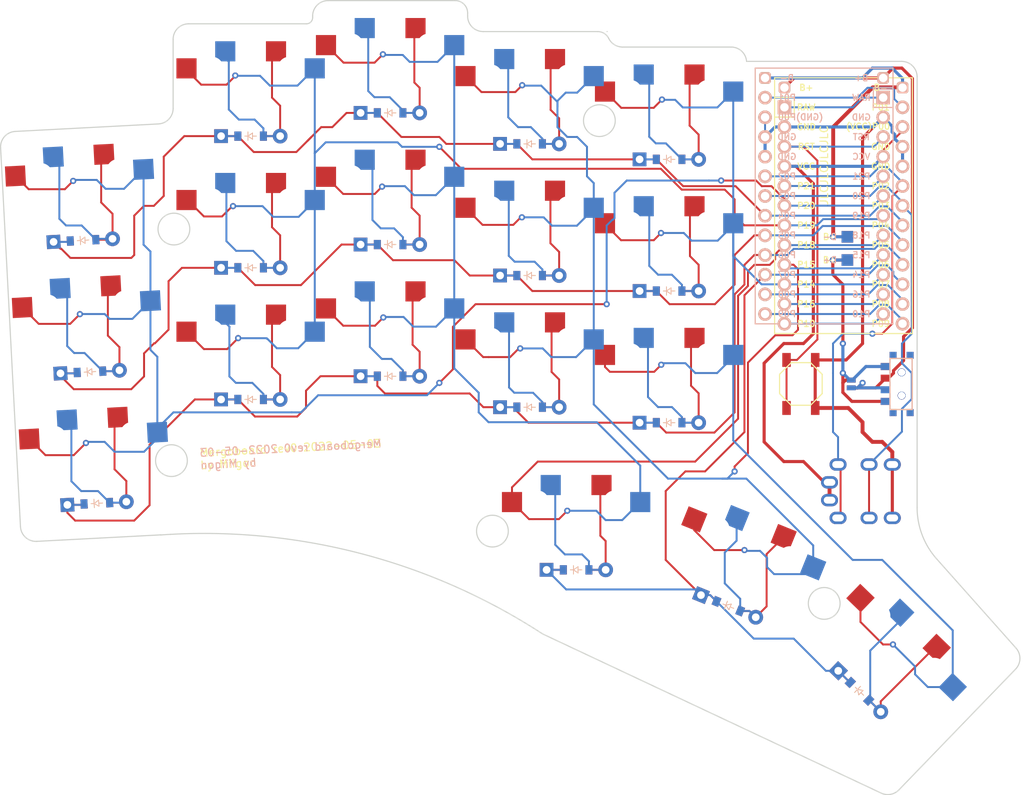
<source format=kicad_pcb>
(kicad_pcb (version 20211014) (generator pcbnew)
  (title_block (title "board") (rev "v1.0.0") (company "Unknown"))
  (layers (0 "F.Cu" signal) (31 "B.Cu" signal) (34 "B.Paste" user) (35 "F.Paste" user) (36 "B.SilkS" user "B.Silkscreen") (37 "F.SilkS" user "F.Silkscreen") (38 "B.Mask" user) (39 "F.Mask" user) (44 "Edge.Cuts" user))
  (net 0 "")
  (net 1 "pinky_bottom")
  (net 2 "P20")
  (net 3 "P6")
  (net 4 "pinky_home")
  (net 5 "P5")
  (net 6 "pinky_top")
  (net 7 "P4")
  (net 8 "ring_bottom")
  (net 9 "P19")
  (net 10 "ring_home")
  (net 11 "ring_top")
  (net 12 "middle_bottom")
  (net 13 "P18")
  (net 14 "middle_home")
  (net 15 "middle_top")
  (net 16 "index_bottom")
  (net 17 "P15")
  (net 18 "index_home")
  (net 19 "index_top")
  (net 20 "inner_bottom")
  (net 21 "P14")
  (net 22 "inner_home")
  (net 23 "inner_top")
  (net 24 "near_thumb")
  (net 25 "P7")
  (net 26 "home_thumb")
  (net 27 "far_thumb")
  (net 28 "RAW")
  (net 29 "GND")
  (net 30 "RST")
  (net 31 "VCC")
  (net 32 "P21")
  (net 33 "P16")
  (net 34 "P10")
  (net 35 "P1")
  (net 36 "P2")
  (net 37 "P3")
  (net 38 "P8")
  (net 39 "P9")
  (net 40 "Bplus")
  (net 41 "Bminus")
  (net 42 "Braw")
  (footprint "E73:SPDT_C128955" (layer "F.Cu") (at 143.47 72.53 -90)
    (fp_text reference "T1" hide)
    (fp_text value "" hide)
  )
  (footprint "E73:SW_TACT_ALPS_SKQGABE010" (layer "F.Cu") (at 130.47 72.53 -90)
    (fp_text reference "B1" hide)
    (fp_text value "" hide)
  )
  (footprint "ComboDiode" (layer "F.Cu") (at 113.47 60.53)
    (fp_text reference "D14" hide)
    (fp_text value "" hide)
  )
  (footprint "ComboDiode" (layer "F.Cu") (at 121.112837 101.222892 -22)
    (fp_text reference "D17" hide)
    (fp_text value "" hide)
  )
  (footprint "ComboDiode" (layer "F.Cu") (at 113.47 43.53)
    (fp_text reference "D15" hide)
    (fp_text value "" hide)
  )
  (footprint "PG1350" (layer "F.Cu") (at 39.37 82.946443 3)
    (fp_text reference "S1" hide)
    (fp_text value "" hide)
  )
  (footprint "SMDPad" (layer "F.Cu") (at 136.47 56.53)
    (fp_text reference "PAD1" hide)
    (fp_text value "" hide)
  )
  (footprint "PG1350" (layer "F.Cu") (at 95.47 53.53)
    (fp_text reference "S11" hide)
    (fp_text value "" hide)
  )
  (footprint "lib:Jumper" (layer "F.Cu") (at 136.97 72.53 -90)
    (fp_text reference "J2" hide)
    (fp_text value "Jumper")
  )
  (footprint "ComboDiode" (layer "F.Cu") (at 138.035019 112.212285 -44)
    (fp_text reference "D18" hide)
    (fp_text value "" hide)
  )
  (footprint "PG1350" (layer "F.Cu") (at 77.47 66.53)
    (fp_text reference "S7" hide)
    (fp_text value "" hide)
  )
  (footprint "PG1350" (layer "F.Cu") (at 113.47 72.53)
    (fp_text reference "S13" hide)
    (fp_text value "" hide)
  )
  (footprint "ProMicro" (layer "F.Cu") (at 135.97 50.78 -90)
    (fp_text reference "MCU2" hide)
    (fp_text value "" hide)
  )
  (footprint "ComboDiode" (layer "F.Cu") (at 39.628354 87.939591 3)
    (fp_text reference "D1" hide)
    (fp_text value "" hide)
  )
  (footprint "PG1350" (layer "F.Cu") (at 77.47 49.53)
    (fp_text reference "S8" hide)
    (fp_text value "" hide)
  )
  (footprint "PG1350" (layer "F.Cu") (at 95.47 70.53)
    (fp_text reference "S10" hide)
    (fp_text value "" hide)
  )
  (footprint "ComboDiode" (layer "F.Cu") (at 101.47 96.53)
    (fp_text reference "D16" hide)
    (fp_text value "" hide)
  )
  (footprint "PG1350" (layer "F.Cu") (at 59.47 35.53)
    (fp_text reference "S6" hide)
    (fp_text value "" hide)
  )
  (footprint "ComboDiode" (layer "F.Cu") (at 37.848931 53.986186 3)
    (fp_text reference "D3" hide)
    (fp_text value "" hide)
  )
  (footprint "PG1350" (layer "F.Cu") (at 77.47 32.53)
    (fp_text reference "S9" hide)
    (fp_text value "" hide)
  )
  (footprint "PG1350" (layer "F.Cu") (at 113.47 38.53)
    (fp_text reference "S15" hide)
    (fp_text value "" hide)
  )
  (footprint "ComboDiode" (layer "F.Cu") (at 59.47 40.53)
    (fp_text reference "D6" hide)
    (fp_text value "" hide)
  )
  (footprint "PG1350" (layer "F.Cu") (at 59.47 52.53)
    (fp_text reference "S5" hide)
    (fp_text value "" hide)
  )
  (footprint "ComboDiode" (layer "F.Cu") (at 77.47 37.53)
    (fp_text reference "D9" hide)
    (fp_text value "" hide)
  )
  (footprint "ComboDiode" (layer "F.Cu") (at 38.738643 70.962889 3)
    (fp_text reference "D2" hide)
    (fp_text value "" hide)
  )
  (footprint "ProMicro" (layer "F.Cu") (at 133.47 49.53 -90)
    (fp_text reference "MCU1" hide)
    (fp_text value "" hide)
  )
  (footprint "PG1350" (layer "F.Cu") (at 38.476963 65.969741 3)
    (fp_text reference "S2" hide)
    (fp_text value "" hide)
  )
  (footprint "TRRS-PJ-320A-dual" (layer "F.Cu") (at 145.47 87.53 -90)
    (fp_text reference "TRRS1")
    (fp_text value "TRRS-PJ-320A-dual")
  )
  (footprint "E73:SPDT_C128955" (layer "F.Cu") (at 143.47 72.53 -90)
    (fp_text reference "T2" hide)
    (fp_text value "" hide)
  )
  (footprint "PG1350" (layer "F.Cu") (at 101.47 91.53)
    (fp_text reference "S16" hide)
    (fp_text value "" hide)
  )
  (footprint "PG1350" (layer "F.Cu") (at 37.587252 48.993039 3)
    (fp_text reference "S3" hide)
    (fp_text value "" hide)
  )
  (footprint "PG1350" (layer "F.Cu") (at 122.98587 96.586973 -22)
    (fp_text reference "S17" hide)
    (fp_text value "" hide)
  )
  (footprint "ComboDiode" (layer "F.Cu") (at 95.47 41.53)
    (fp_text reference "D12" hide)
    (fp_text value "" hide)
  )
  (footprint "ComboDiode" (layer "F.Cu") (at 77.47 54.53)
    (fp_text reference "D8" hide)
    (fp_text value "" hide)
  )
  (footprint "ComboDiode" (layer "F.Cu") (at 113.47 77.53)
    (fp_text reference "D13" hide)
    (fp_text value "" hide)
  )
  (footprint "PG1350" (layer "F.Cu") (at 59.47 69.53)
    (fp_text reference "S4" hide)
    (fp_text value "" hide)
  )
  (footprint "ComboDiode" (layer "F.Cu") (at 95.47 75.53)
    (fp_text reference "D10" hide)
    (fp_text value "" hide)
  )
  (footprint "ComboDiode" (layer "F.Cu") (at 59.47 57.53)
    (fp_text reference "D5" hide)
    (fp_text value "" hide)
  )
  (footprint "ComboDiode" (layer "F.Cu") (at 77.47 71.53)
    (fp_text reference "D7" hide)
    (fp_text value "" hide)
  )
  (footprint "PG1350" (layer "F.Cu") (at 113.47 55.53)
    (fp_text reference "S14" hide)
    (fp_text value "" hide)
  )
  (footprint "ComboDiode" (layer "F.Cu") (at 95.47 58.53)
    (fp_text reference "D11" hide)
    (fp_text value "" hide)
  )
  (footprint "lib:Jumper" (layer "F.Cu") (at 136.97 72.53 -90)
    (fp_text reference "J1" hide)
    (fp_text value "Jumper")
  )
  (footprint "PG1350" (layer "F.Cu") (at 141.508311 108.615586 -44)
    (fp_text reference "S18" hide)
    (fp_text value "" hide)
  )
  (footprint "SMDPad" (layer "F.Cu") (at 136.47 53.53)
    (fp_text reference "PAD2" hide)
    (fp_text value "" hide)
  )
  (footprint "PG1350" (layer "F.Cu") (at 95.47 36.53)
    (fp_text reference "S12" hide)
    (fp_text value "" hide)
  )
  (footprint "ComboDiode" (layer "F.Cu") (at 59.47 74.53)
    (fp_text reference "D4" hide)
    (fp_text value "" hide)
  )
  (gr_arc (start 104.245097 27.03) (mid 105.088371 27.270261) (end 105.678387 27.918889) (layer "Edge.Cuts") (width 0.15))
  (gr_arc (start 121.47 29.03) (mid 122.830147 29.563712) (end 123.464367 30.88) (layer "Edge.Cuts") (width 0.15))
  (gr_line (start 143.47 30.88) (end 123.464367 30.88) (layer "Edge.Cuts") (width 0.15))
  (gr_arc (start 107.47 29.03) (mid 106.415907 28.729673) (end 105.678387 27.918889) (layer "Edge.Cuts") (width 0.15))
  (gr_line (start 158.173863 109.352358) (end 143.123954 124.936995) (layer "Edge.Cuts") (width 0.15))
  (gr_line (start 27.208437 42.026677) (end 28.883187 73.982822) (layer "Edge.Cuts") (width 0.15))
  (gr_line (start 87.47 25.03) (end 87.47 24.63) (layer "Edge.Cuts") (width 0.15))
  (gr_line (start 49.131603 91.947722) (end 49.43466 91.931839) (layer "Edge.Cuts") (width 0.15))
  (gr_arc (start 49.47 36.959324) (mid 48.920749 38.336033) (end 47.574672 38.956583) (layer "Edge.Cuts") (width 0.15))
  (gr_line (start 28.987859 75.980081) (end 29.772898 90.959524) (layer "Edge.Cuts") (width 0.15))
  (gr_circle (center 90.67 91.53) (end 92.72 91.53) (layer "Edge.Cuts") (width 0.15) (fill none))
  (gr_arc (start 97.276687 104.867229) (mid 97.155495 104.805093) (end 97.038812 104.734853) (layer "Edge.Cuts") (width 0.15))
  (gr_line (start 85.87 23.03) (end 69.47 23.03) (layer "Edge.Cuts") (width 0.15))
  (gr_line (start 121.47 29.03) (end 107.47 29.03) (layer "Edge.Cuts") (width 0.15))
  (gr_arc (start 85.87 23.03) (mid 87.001371 23.498629) (end 87.47 24.63) (layer "Edge.Cuts") (width 0.15))
  (gr_line (start 47.891487 92.024736) (end 47.852902 92.014736) (layer "Edge.Cuts") (width 0.15))
  (gr_line (start 145.47 88.477521) (end 145.47 32.88) (layer "Edge.Cuts") (width 0.15))
  (gr_circle (center 104.47 38.53) (end 106.52 38.53) (layer "Edge.Cuts") (width 0.15) (fill none))
  (gr_line (start 140.833929 125.357433) (end 97.276687 104.867229) (layer "Edge.Cuts") (width 0.15))
  (gr_arc (start 47.891487 92.024736) (mid 48.511395 91.983822) (end 49.131603 91.947722) (layer "Edge.Cuts") (width 0.15))
  (gr_circle (center 49.57 52.53) (end 51.62 52.53) (layer "Edge.Cuts") (width 0.15) (fill none))
  (gr_line (start 67.47 25.03) (end 67.47 25.23) (layer "Edge.Cuts") (width 0.15))
  (gr_arc (start 67.47 25.03) (mid 68.055786 23.615786) (end 69.47 23.03) (layer "Edge.Cuts") (width 0.15))
  (gr_arc (start 147.995965 95.121225) (mid 146.122798 92.031368) (end 145.47 88.477521) (layer "Edge.Cuts") (width 0.15))
  (gr_line (start 66.67 26.03) (end 51.47 26.03) (layer "Edge.Cuts") (width 0.15))
  (gr_arc (start 49.47 28.03) (mid 50.055786 26.615786) (end 51.47 26.03) (layer "Edge.Cuts") (width 0.15))
  (gr_line (start 104.245097 27.03) (end 89.47 27.03) (layer "Edge.Cuts") (width 0.15))
  (gr_arc (start 31.874829 92.852111) (mid 30.431896 92.341142) (end 29.772898 90.959524) (layer "Edge.Cuts") (width 0.15))
  (gr_arc (start 49.43466 91.931839) (mid 74.247467 94.575246) (end 97.038812 104.734853) (layer "Edge.Cuts") (width 0.15))
  (gr_line (start 29.101024 39.924746) (end 47.574672 38.956583) (layer "Edge.Cuts") (width 0.15))
  (gr_line (start 31.874829 92.852111) (end 47.852902 92.014736) (layer "Edge.Cuts") (width 0.15))
  (gr_arc (start 89.47 27.03) (mid 88.055786 26.444214) (end 87.47 25.03) (layer "Edge.Cuts") (width 0.15))
  (gr_line (start 49.47 36.959324) (end 49.47 28.03) (layer "Edge.Cuts") (width 0.15))
  (gr_circle (center 133.480478 100.863199) (end 135.530478 100.863199) (layer "Edge.Cuts") (width 0.15) (fill none))
  (gr_line (start 147.995965 95.121225) (end 158.22999 106.634301) (layer "Edge.Cuts") (width 0.15))
  (gr_arc (start 158.229989 106.634301) (mid 158.734756 108.004332) (end 158.173863 109.352358) (layer "Edge.Cuts") (width 0.15))
  (gr_arc (start 67.47 25.23) (mid 67.235685 25.795685) (end 66.67 26.03) (layer "Edge.Cuts") (width 0.15))
  (gr_arc (start 143.123953 124.936996) (mid 142.046428 125.5148) (end 140.833929 125.357433) (layer "Edge.Cuts") (width 0.15))
  (gr_arc (start 27.208437 42.026677) (mid 27.719406 40.583744) (end 29.101024 39.924746) (layer "Edge.Cuts") (width 0.15))
  (gr_line (start 28.883187 73.982822) (end 28.987859 75.980081) (layer "Edge.Cuts") (width 0.15))
  (gr_line (start 105.47 27.03) (end 105.47 27.03) (layer "Edge.Cuts") (width 0.15))
  (gr_arc (start 143.47 30.88) (mid 144.884214 31.465786) (end 145.47 32.88) (layer "Edge.Cuts") (width 0.15))
  (gr_circle (center 49.253106 82.428317) (end 51.303106 82.428317) (layer "Edge.Cuts") (width 0.15) (fill none))
  (gr_text "Mergoboard rev0 2022-05-03\nby Miigon" (at 52.848173 82.239908 3) (layer "B.SilkS") (effects (font (size 1 1)) (justify right mirror)))
  (gr_text "Mergoboard rev0 2022-05-03\nby Miigon" (at 52.848173 82.239908 3) (layer "F.SilkS") (effects (font (size 1 1)) (justify left)))
  (gr_text "JLCJLCJLCJLC" (at 133.47 49.53 90) (layer "F.SilkS") (effects (font (size 1 1)) (justify left)))
  (segment (start 43.433133 85.067151) (end 43.433133 87.740191) (width 0.25) (layer "F.Cu") (net 1))
  (segment (start 41.91 83.544018) (end 43.433133 85.067151) (width 0.25) (layer "F.Cu") (net 1))
  (segment (start 42.325787 76.833197) (end 41.91 77.248984) (width 0.25) (layer "F.Cu") (net 1))
  (segment (start 41.276093 87.853237) (end 43.320087 87.853237) (width 0.25) (layer "F.Cu") (net 1))
  (segment (start 43.320087 87.853237) (end 43.433133 87.740191) (width 0.25) (layer "F.Cu") (net 1))
  (segment (start 41.91 77.248984) (end 41.91 83.544018) (width 0.25) (layer "F.Cu") (net 1))
  (segment (start 43.320087 87.853237) (end 43.433133 87.740191) (width 0.25) (layer "B.Cu") (net 1))
  (segment (start 37.611203 86.36) (end 39.782856 86.36) (width 0.25) (layer "B.Cu") (net 1))
  (segment (start 41.276093 87.853237) (end 43.320087 87.853237) (width 0.25) (layer "B.Cu") (net 1))
  (segment (start 36.341203 77.732438) (end 36.341203 85.09) (width 0.25) (layer "B.Cu") (net 1))
  (segment (start 39.782856 86.36) (end 41.276093 87.853237) (width 0.25) (layer "B.Cu") (net 1))
  (segment (start 36.341203 85.09) (end 37.611203 86.36) (width 0.25) (layer "B.Cu") (net 1))
  (segment (start 35.784763 77.175998) (end 36.341203 77.732438) (width 0.25) (layer "B.Cu") (net 1))
  (segment (start 83.82 72.39) (end 85.570489 70.639511) (width 0.25) (layer "F.Cu") (net 2))
  (segment (start 126.671796 46.99) (end 128.35 48.668204) (width 0.25) (layer "F.Cu") (net 2))
  (segment (start 38.220967 80.14757) (end 36.645098 81.723439) (width 0.25) (layer "F.Cu") (net 2))
  (segment (start 120.185273 46.2655) (end 124.697296 46.2655) (width 0.25) (layer "F.Cu") (net 2))
  (segment (start 128.35 48.668204) (end 128.35 49.51) (width 0.25) (layer "F.Cu") (net 2))
  (segment (start 37.439704 63.514213) (end 36.183917 64.77) (width 0.25) (layer "F.Cu") (net 2))
  (segment (start 124.697296 46.2655) (end 125.421796 46.99) (width 0.25) (layer "F.Cu") (net 2))
  (segment (start 85.570489 65.155489) (end 88.495978 62.23) (width 0.25) (layer "F.Cu") (net 2))
  (segment (start 32.995532 81.723439) (end 30.906755 79.634662) (width 0.25) (layer "F.Cu") (net 2))
  (segment (start 88.495978 62.23) (end 105.41 62.23) (width 0.25) (layer "F.Cu") (net 2))
  (segment (start 35.499934 47.384379) (end 30.830454 47.384379) (width 0.25) (layer "F.Cu") (net 2))
  (segment (start 30.830454 47.384379) (end 29.127333 45.681258) (width 0.25) (layer "F.Cu") (net 2))
  (segment (start 36.183917 64.77) (end 32.129084 64.77) (width 0.25) (layer "F.Cu") (net 2))
  (segment (start 125.421796 46.99) (end 126.671796 46.99) (width 0.25) (layer "F.Cu") (net 2))
  (segment (start 32.129084 64.77) (end 30.017044 62.65796) (width 0.25) (layer "F.Cu") (net 2))
  (segment (start 36.573179 46.311134) (end 35.499934 47.384379) (width 0.25) (layer "F.Cu") (net 2))
  (segment (start 36.645098 81.723439) (end 32.995532 81.723439) (width 0.25) (layer "F.Cu") (net 2))
  (segment (start 85.570489 70.639511) (end 85.570489 65.155489) (width 0.25) (layer "F.Cu") (net 2))
  (via (at 38.220967 80.14757) (size 0.8) (drill 0.4) (layers "F.Cu" "B.Cu") (net 2))
  (via (at 37.439704 63.514213) (size 0.8) (drill 0.4) (layers "F.Cu" "B.Cu") (net 2))
  (via (at 120.185273 46.2655) (size 0.8) (drill 0.4) (layers "F.Cu" "B.Cu") (net 2))
  (via (at 105.41 62.23) (size 0.8) (drill 0.4) (layers "F.Cu" "B.Cu") (net 2))
  (via (at 36.573179 46.311134) (size 0.8) (drill 0.4) (layers "F.Cu" "B.Cu") (net 2))
  (via (at 83.82 72.39) (size 0.8) (drill 0.4) (layers "F.Cu" "B.Cu") (net 2))
  (segment (start 40.757909 47.329841) (end 43.139909 47.329841) (width 0.25) (layer "B.Cu") (net 2))
  (segment (start 37.439704 63.514213) (end 37.453917 63.5) (width 0.25) (layer "B.Cu") (net 2))
  (segment (start 40.64 63.5) (end 41.269321 64.129321) (width 0.25) (layer "B.Cu") (net 2))
  (segment (start 45.711602 81.288398) (end 47.434074 79.565926) (width 0.25) (layer "B.Cu") (net 2))
  (segment (start 45.654652 44.815098) (end 45.654652 54.544652) (width 0.25) (layer "B.Cu") (net 2))
  (segment (start 47.4374 78.269559) (end 48.929748 76.777211) (width 0.25) (layer "B.Cu") (net 2))
  (segment (start 41.918398 81.288398) (end 45.711602 81.288398) (width 0.25) (layer "B.Cu") (net 2))
  (segment (start 106.418398 51.11905) (end 106.418398 47.846596) (width 0.25) (layer "B.Cu") (net 2))
  (segment (start 68.177272 73.99204) (end 82.21796 73.99204) (width 0.25) (layer "B.Cu") (net 2))
  (segment (start 48.929748 76.777211) (end 49.506959 76.2) (width 0.25) (layer "B.Cu") (net 2))
  (segment (start 47.434074 69.024074) (end 46.544363 68.134363) (width 0.25) (layer "B.Cu") (net 2))
  (segment (start 105.41 52.07) (end 106.135264 51.344736) (width 0.25) (layer "B.Cu") (net 2))
  (segment (start 36.700483 46.18383) (end 39.611898 46.18383) (width 0.25) (layer "B.Cu") (net 2))
  (segment (start 46.544363 55.434363) (end 46.544363 61.7918) (width 0.25) (layer "B.Cu") (net 2))
  (segment (start 105.41 62.23) (end 105.41 52.07) (width 0.25) (layer "B.Cu") (net 2))
  (segment (start 36.573179 46.311134) (end 36.700483 46.18383) (width 0.25) (layer "B.Cu") (net 2))
  (segment (start 82.21796 73.99204) (end 83.82 72.39) (width 0.25) (layer "B.Cu") (net 2))
  (segment (start 118.605468 46.26679) (end 120.183983 46.26679) (width 0.25) (layer "B.Cu") (net 2))
  (segment (start 47.434074 79.565926) (end 47.434074 69.024074) (width 0.25) (layer "B.Cu") (net 2))
  (segment (start 106.135264 51.344736) (end 106.192712 51.344736) (width 0.25) (layer "B.Cu") (net 2))
  (segment (start 47.4374 78.768502) (end 47.4374 78.269559) (width 0.25) (layer "B.Cu") (net 2))
  (segment (start 106.192712 51.344736) (end 106.418398 51.11905) (width 0.25) (layer "B.Cu") (net 2))
  (segment (start 44.206842 64.129321) (end 46.544363 61.7918) (width 0.25) (layer "B.Cu") (net 2))
  (segment (start 37.453917 63.5) (end 40.64 63.5) (width 0.25) (layer "B.Cu") (net 2))
  (segment (start 139.84 49.51) (end 141.09 48.26) (width 0.25) (layer "B.Cu") (net 2))
  (segment (start 65.969312 76.2) (end 68.177272 73.99204) (width 0.25) (layer "B.Cu") (net 2))
  (segment (start 106.418398 47.846596) (end 107.998204 46.26679) (width 0.25) (layer "B.Cu") (net 2))
  (segment (start 128.35 49.51) (end 139.84 49.51) (width 0.25) (layer "B.Cu") (net 2))
  (segment (start 40.64 80.01) (end 41.918398 81.288398) (width 0.25) (layer "B.Cu") (net 2))
  (segment (start 43.139909 47.329841) (end 45.654652 44.815098) (width 0.25) (layer "B.Cu") (net 2))
  (segment (start 107.998204 46.26679) (end 118.605468 46.26679) (width 0.25) (layer "B.Cu") (net 2))
  (segment (start 64.77 76.2) (end 65.969312 76.2) (width 0.25) (layer "B.Cu") (net 2))
  (segment (start 49.506959 76.2) (end 64.77 76.2) (width 0.25) (layer "B.Cu") (net 2))
  (segment (start 39.611898 46.18383) (end 40.757909 47.329841) (width 0.25) (layer "B.Cu") (net 2))
  (segment (start 45.654652 54.544652) (end 46.544363 55.434363) (width 0.25) (layer "B.Cu") (net 2))
  (segment (start 38.220967 80.14757) (end 38.358537 80.01) (width 0.25) (layer "B.Cu") (net 2))
  (segment (start 120.183983 46.26679) (end 120.185273 46.2655) (width 0.25) (layer "B.Cu") (net 2))
  (segment (start 41.269321 64.129321) (end 44.206842 64.129321) (width 0.25) (layer "B.Cu") (net 2))
  (segment (start 38.358537 80.01) (end 40.64 80.01) (width 0.25) (layer "B.Cu") (net 2))
  (segment (start 46.544363 68.134363) (end 46.544363 61.7918) (width 0.25) (layer "B.Cu") (net 2))
  (segment (start 44.45 90.17) (end 46.433679 88.186321) (width 0.25) (layer "F.Cu") (net 3))
  (segment (start 36.83 90.17) (end 44.45 90.17) (width 0.25) (layer "F.Cu") (net 3))
  (segment (start 52.270518 74.53) (end 55.66 74.53) (width 0.25) (layer "F.Cu") (net 3))
  (segment (start 121.92 60.96) (end 123.19 59.69) (width 0.25) (layer "F.Cu") (net 3))
  (segment (start 123.19 59.69) (end 123.19 57.15) (width 0.25) (layer "F.Cu") (net 3))
  (segment (start 124.46 55.88) (end 125.85 55.88) (width 0.25) (layer "F.Cu") (net 3))
  (segment (start 89.5 75.53) (end 87.728205 73.758205) (width 0.25) (layer "F.Cu") (net 3))
  (segment (start 66.616805 75.60386) (end 66.616805 73.400981) (width 0.25) (layer "F.Cu") (net 3))
  (segment (start 66.616805 73.400981) (end 68.487786 71.53) (width 0.25) (layer "F.Cu") (net 3))
  (segment (start 46.433679 80.366839) (end 52.270518 74.53) (width 0.25) (layer "F.Cu") (net 3))
  (segment (start 119.312989 78.807011) (end 121.92 76.2) (width 0.25) (layer "F.Cu") (net 3))
  (segment (start 57.82 74.53) (end 60.025067 76.735067) (width 0.25) (layer "F.Cu") (net 3))
  (segment (start 65.485598 76.735067) (end 66.616805 75.60386) (width 0.25) (layer "F.Cu") (net 3))
  (segment (start 123.19 57.15) (end 124.46 55.88) (width 0.25) (layer "F.Cu") (net 3))
  (segment (start 35.823575 88.138991) (end 35.823575 89.163575) (width 0.25) (layer "F.Cu") (net 3))
  (segment (start 37.867569 88.138991) (end 37.980615 88.025945) (width 0.25) (layer "F.Cu") (net 3))
  (segment (start 93.82 76.04) (end 95.31 77.53) (width 0.25) (layer "F.Cu") (net 3))
  (segment (start 91.66 75.53) (end 89.5 75.53) (width 0.25) (layer "F.Cu") (net 3))
  (segment (start 95.31 77.53) (end 109.66 77.53) (width 0.25) (layer "F.Cu") (net 3))
  (segment (start 109.66 77.53) (end 111.82 77.53) (width 0.25) (layer "F.Cu") (net 3))
  (segment (start 55.66 74.53) (end 57.82 74.53) (width 0.25) (layer "F.Cu") (net 3))
  (segment (start 76.797675 73.758205) (end 75.82 72.78053) (width 0.25) (layer "F.Cu") (net 3))
  (segment (start 68.487786 71.53) (end 73.66 71.53) (width 0.25) (layer "F.Cu") (net 3))
  (segment (start 60.025067 76.735067) (end 65.485598 76.735067) (width 0.25) (layer "F.Cu") (net 3))
  (segment (start 75.82 72.78053) (end 75.82 71.53) (width 0.25) (layer "F.Cu") (net 3))
  (segment (start 35.823575 89.163575) (end 36.83 90.17) (width 0.25) (layer "F.Cu") (net 3))
  (segment (start 35.823575 88.138991) (end 37.867569 88.138991) (width 0.25) (layer "F.Cu") (net 3))
  (segment (start 73.66 71.53) (end 75.82 71.53) (width 0.25) (layer "F.Cu") (net 3))
  (segment (start 91.66 75.53) (end 93.82 75.53) (width 0.25) (layer "F.Cu") (net 3))
  (segment (start 113.097011 78.807011) (end 119.312989 78.807011) (width 0.25) (layer "F.Cu") (net 3))
  (segment (start 111.82 77.53) (end 113.097011 78.807011) (width 0.25) (layer "F.Cu") (net 3))
  (segment (start 46.433679 88.186321) (end 46.433679 80.366839) (width 0.25) (layer "F.Cu") (net 3))
  (segment (start 121.92 76.2) (end 121.92 60.96) (width 0.25) (layer "F.Cu") (net 3))
  (segment (start 93.82 75.53) (end 93.82 76.04) (width 0.25) (layer "F.Cu") (net 3))
  (segment (start 87.728205 73.758205) (end 76.797675 73.758205) (width 0.25) (layer "F.Cu") (net 3))
  (segment (start 73.66 71.53) (end 75.82 71.53) (width 0.25) (layer "B.Cu") (net 3))
  (segment (start 109.66 77.53) (end 111.82 77.53) (width 0.25) (layer "B.Cu") (net 3))
  (segment (start 143.59 56.681796) (end 141.570947 54.662743) (width 0.25) (layer "B.Cu") (net 3))
  (segment (start 129.550811 55.087393) (end 128.758204 55.88) (width 0.25) (layer "B.Cu") (net 3))
  (segment (start 141.570947 54.662743) (end 140.402974 54.662743) (width 0.25) (layer "B.Cu") (net 3))
  (segment (start 143.59 57.13) (end 143.59 56.681796) (width 0.25) (layer "B.Cu") (net 3))
  (segment (start 140.402974 54.662743) (end 139.978324 55.087393) (width 0.25) (layer "B.Cu") (net 3))
  (segment (start 37.867569 88.138991) (end 37.980615 88.025945) (width 0.25) (layer "B.Cu") (net 3))
  (segment (start 35.823575 88.138991) (end 37.867569 88.138991) (width 0.25) (layer "B.Cu") (net 3))
  (segment (start 55.66 74.53) (end 57.82 74.53) (width 0.25) (layer "B.Cu") (net 3))
  (segment (start 139.978324 55.087393) (end 129.550811 55.087393) (width 0.25) (layer "B.Cu") (net 3))
  (segment (start 91.66 75.53) (end 93.82 75.53) (width 0.25) (layer "B.Cu") (net 3))
  (segment (start 128.758204 55.88) (end 125.85 55.88) (width 0.25) (layer "B.Cu") (net 3))
  (segment (start 41.436076 59.856495) (end 41.048201 60.24437) (width 0.25) (layer "F.Cu") (net 4))
  (segment (start 41.048201 60.24437) (end 41.048201 66.288624) (width 0.25) (layer "F.Cu") (net 4))
  (segment (start 40.386382 70.876535) (end 42.430376 70.876535) (width 0.25) (layer "F.Cu") (net 4))
  (segment (start 42.543422 67.783845) (end 42.543422 70.763489) (width 0.25) (layer "F.Cu") (net 4))
  (segment (start 41.048201 66.288624) (end 42.543422 67.783845) (width 0.25) (layer "F.Cu") (net 4))
  (segment (start 42.430376 70.876535) (end 42.543422 70.763489) (width 0.25) (layer "F.Cu") (net 4))
  (segment (start 35.80104 67.635394) (end 36.700609 68.534963) (width 0.25) (layer "B.Cu") (net 4))
  (segment (start 42.430376 70.876535) (end 42.543422 70.763489) (width 0.25) (layer "B.Cu") (net 4))
  (segment (start 38.04481 68.534963) (end 40.386382 70.876535) (width 0.25) (layer "B.Cu") (net 4))
  (segment (start 34.895052 60.199296) (end 35.80104 61.105284) (width 0.25) (layer "B.Cu") (net 4))
  (segment (start 35.80104 61.105284) (end 35.80104 67.635394) (width 0.25) (layer "B.Cu") (net 4))
  (segment (start 36.700609 68.534963) (end 38.04481 68.534963) (width 0.25) (layer "B.Cu") (net 4))
  (segment (start 40.386382 70.876535) (end 42.430376 70.876535) (width 0.25) (layer "B.Cu") (net 4))
  (segment (start 75.82 54.53) (end 77.840967 56.550967) (width 0.25) (layer "F.Cu") (net 5))
  (segment (start 124.46 53.34) (end 125.85 53.34) (width 0.25) (layer "F.Cu") (net 5))
  (segment (start 47.109452 67.288729) (end 48.880053 65.518128) (width 0.25) (layer "F.Cu") (net 5))
  (segment (start 91.66 58.53) (end 93.82 58.53) (width 0.25) (layer "F.Cu") (net 5))
  (segment (start 71.2 54.53) (end 73.66 54.53) (width 0.25) (layer "F.Cu") (net 5))
  (segment (start 47.011271 67.288729) (end 47.109452 67.288729) (width 0.25) (layer "F.Cu") (net 5))
  (segment (start 34.933864 71.162289) (end 36.977858 71.162289) (width 0.25) (layer "F.Cu") (net 5))
  (segment (start 50.615743 57.53) (end 55.66 57.53) (width 0.25) (layer "F.Cu") (net 5))
  (segment (start 119.38 62.23) (end 121.92 59.69) (width 0.25) (layer "F.Cu") (net 5))
  (segment (start 48.880053 59.26569) (end 50.615743 57.53) (width 0.25) (layer "F.Cu") (net 5))
  (segment (start 45.72 71.555408) (end 45.72 68.58) (width 0.25) (layer "F.Cu") (net 5))
  (segment (start 48.880053 65.518128) (end 48.880053 59.26569) (width 0.25) (layer "F.Cu") (net 5))
  (segment (start 57.82 57.53) (end 60.053671 59.763671) (width 0.25) (layer "F.Cu") (net 5))
  (segment (start 55.66 57.53) (end 57.82 57.53) (width 0.25) (layer "F.Cu") (net 5))
  (segment (start 121.92 59.69) (end 121.92 55.88) (width 0.25) (layer "F.Cu") (net 5))
  (segment (start 121.92 55.88) (end 124.46 53.34) (width 0.25) (layer "F.Cu") (net 5))
  (segment (start 34.933864 71.162289) (end 34.933864 71.491208) (width 0.25) (layer "F.Cu") (net 5))
  (segment (start 95.82 60.53) (end 93.82 58.53) (width 0.25) (layer "F.Cu") (net 5))
  (segment (start 45.72 68.58) (end 47.011271 67.288729) (width 0.25) (layer "F.Cu") (net 5))
  (segment (start 109.66 60.53) (end 95.82 60.53) (width 0.25) (layer "F.Cu") (net 5))
  (segment (start 36.651835 73.209179) (end 44.066229 73.209179) (width 0.25) (layer "F.Cu") (net 5))
  (segment (start 111.82 60.53) (end 113.52 62.23) (width 0.25) (layer "F.Cu") (net 5))
  (segment (start 36.977858 71.162289) (end 37.090904 71.049243) (width 0.25) (layer "F.Cu") (net 5))
  (segment (start 65.966329 59.763671) (end 71.2 54.53) (width 0.25) (layer "F.Cu") (net 5))
  (segment (start 113.52 62.23) (end 119.38 62.23) (width 0.25) (layer "F.Cu") (net 5))
  (segment (start 77.840967 56.550967) (end 85.760967 56.550967) (width 0.25) (layer "F.Cu") (net 5))
  (segment (start 60.053671 59.763671) (end 65.966329 59.763671) (width 0.25) (layer "F.Cu") (net 5))
  (segment (start 34.933864 71.491208) (end 36.651835 73.209179) (width 0.25) (layer "F.Cu") (net 5))
  (segment (start 85.760967 56.550967) (end 87.74 58.53) (width 0.25) (layer "F.Cu") (net 5))
  (segment (start 44.066229 73.209179) (end 45.72 71.555408) (width 0.25) (layer "F.Cu") (net 5))
  (segment (start 73.66 54.53) (end 75.82 54.53) (width 0.25) (layer "F.Cu") (net 5))
  (segment (start 87.74 58.53) (end 91.66 58.53) (width 0.25) (layer "F.Cu") (net 5))
  (segment (start 109.66 60.53) (end 111.82 60.53) (width 0.25) (layer "F.Cu") (net 5))
  (segment (start 73.66 54.53) (end 75.82 54.53) (width 0.25) (layer "B.Cu") (net 5))
  (segment (start 109.66 60.53) (end 111.82 60.53) (width 0.25) (layer "B.Cu") (net 5))
  (segment (start 132.08 53.34) (end 125.85 53.34) (width 0.25) (layer "B.Cu") (net 5))
  (segment (start 34.933864 71.162289) (end 36.977858 71.162289) (width 0.25) (layer "B.Cu") (net 5))
  (segment (start 141.587393 52.139189) (end 133.280811 52.139189) (width 0.25) (layer "B.Cu") (net 5))
  (segment (start 133.280811 52.139189) (end 132.08 53.34) (width 0.25) (layer "B.Cu") (net 5))
  (segment (start 143.59 54.59) (end 143.59 54.141796) (width 0.25) (layer "B.Cu") (net 5))
  (segment (start 91.66 58.53) (end 93.82 58.53) (width 0.25) (layer "B.Cu") (net 5))
  (segment (start 36.977858 71.162289) (end 37.090904 71.049243) (width 0.25) (layer "B.Cu") (net 5))
  (segment (start 55.66 57.53) (end 57.82 57.53) (width 0.25) (layer "B.Cu") (net 5))
  (segment (start 143.59 54.141796) (end 141.587393 52.139189) (width 0.25) (layer "B.Cu") (net 5))
  (segment (start 39.49667 53.899832) (end 41.540664 53.899832) (width 0.25) (layer "F.Cu") (net 6))
  (segment (start 40.18538 49.093839) (end 41.65371 50.562169) (width 0.25) (layer "F.Cu") (net 6))
  (segment (start 41.65371 50.562169) (end 41.65371 53.786786) (width 0.25) (layer "F.Cu") (net 6))
  (segment (start 40.546365 42.879793) (end 40.18538 43.240778) (width 0.25) (layer "F.Cu") (net 6))
  (segment (start 41.540664 53.899832) (end 41.65371 53.786786) (width 0.25) (layer "F.Cu") (net 6))
  (segment (start 40.18538 43.240778) (end 40.18538 49.093839) (width 0.25) (layer "F.Cu") (net 6))
  (segment (start 34.789156 51.204454) (end 34.789156 44.006409) (width 0.25) (layer "B.Cu") (net 6))
  (segment (start 35.654702 52.07) (end 34.789156 51.204454) (width 0.25) (layer "B.Cu") (net 6))
  (segment (start 39.49667 53.899832) (end 37.666838 52.07) (width 0.25) (layer "B.Cu") (net 6))
  (segment (start 39.609716 53.786786) (end 39.49667 53.899832) (width 0.25) (layer "B.Cu") (net 6))
  (segment (start 41.65371 53.786786) (end 39.609716 53.786786) (width 0.25) (layer "B.Cu") (net 6))
  (segment (start 34.789156 44.006409) (end 34.005341 43.222594) (width 0.25) (layer "B.Cu") (net 6))
  (segment (start 37.666838 52.07) (end 35.654702 52.07) (width 0.25) (layer "B.Cu") (net 6))
  (segment (start 65.363568 42.586432) (end 67.31 40.64) (width 0.25) (layer "F.Cu") (net 7))
  (segment (start 44.45 50.8) (end 45.72 49.53) (width 0.25) (layer "F.Cu") (net 7))
  (segment (start 50.91 40.53) (end 55.66 40.53) (width 0.25) (layer "F.Cu") (net 7))
  (segment (start 73.66 37.53) (end 75.82 37.53) (width 0.25) (layer "F.Cu") (net 7))
  (segment (start 45.72 49.53) (end 46.99 49.53) (width 0.25) (layer "F.Cu") (net 7))
  (segment (start 34.044152 54.185586) (end 34.922363 55.063797) (width 0.25) (layer "F.Cu") (net 7))
  (segment (start 55.66 40.53) (end 57.82 40.53) (width 0.25) (layer "F.Cu") (net 7))
  (segment (start 66.791782 41.158218) (end 68.58 39.37) (width 0.25) (layer "F.Cu") (net 7))
  (segment (start 122.04 46.99) (end 125.85 50.8) (width 0.25) (layer "F.Cu") (net 7))
  (segment (start 75.82 37.53) (end 78.93 40.64) (width 0.25) (layer "F.Cu") (net 7))
  (segment (start 55.66 40.53) (end 55.77 40.53) (width 0.25) (layer "F.Cu") (net 7))
  (segment (start 57.82 40.53) (end 59.876432 42.586432) (width 0.25) (layer "F.Cu") (net 7))
  (segment (start 71.848214 37.53) (end 73.66 37.53) (width 0.25) (layer "F.Cu") (net 7))
  (segment (start 91.66 41.53) (end 93.82 41.53) (width 0.25) (layer "F.Cu") (net 7))
  (segment (start 48.26 43.18) (end 50.91 40.53) (width 0.25) (layer "F.Cu") (net 7))
  (segment (start 70.008214 39.37) (end 71.848214 37.53) (width 0.25) (layer "F.Cu") (net 7))
  (segment (start 44.45 55.88) (end 44.45 50.8) (width 0.25) (layer "F.Cu") (net 7))
  (segment (start 68.58 39.37) (end 70.008214 39.37) (width 0.25) (layer "F.Cu") (net 7))
  (segment (start 83.82 40.64) (end 84.71 41.53) (width 0.25) (layer "F.Cu") (net 7))
  (segment (start 34.922363 55.063797) (end 35.025179 55.063797) (width 0.25) (layer "F.Cu") (net 7))
  (segment (start 95.82 43.53) (end 109.66 43.53) (width 0.25) (layer "F.Cu") (net 7))
  (segment (start 36.220583 56.259201) (end 44.070799 56.259201) (width 0.25) (layer "F.Cu") (net 7))
  (segment (start 44.070799 56.259201) (end 44.45 55.88) (width 0.25) (layer "F.Cu") (net 7))
  (segment (start 93.82 41.53) (end 95.82 43.53) (width 0.25) (layer "F.Cu") (net 7))
  (segment (start 46.99 49.53) (end 48.26 48.26) (width 0.25) (layer "F.Cu") (net 7))
  (segment (start 34.044152 54.185586) (end 36.088146 54.185586) (width 0.25) (layer "F.Cu") (net 7))
  (segment (start 84.71 41.53) (end 91.66 41.53) (width 0.25) (layer "F.Cu") (net 7))
  (segment (start 78.93 40.64) (end 83.82 40.64) (width 0.25) (layer "F.Cu") (net 7))
  (segment (start 48.26 48.26) (end 48.26 43.18) (width 0.25) (layer "F.Cu") (net 7))
  (segment (start 115.28 46.99) (end 122.04 46.99) (width 0.25) (layer "F.Cu") (net 7))
  (segment (start 59.876432 42.586432) (end 65.363568 42.586432) (width 0.25) (layer "F.Cu") (net 7))
  (segment (start 109.66 43.53) (end 111.82 43.53) (width 0.25) (layer "F.Cu") (net 7))
  (segment (start 111.82 43.53) (end 115.28 46.99) (width 0.25) (layer "F.Cu") (net 7))
  (segment (start 35.025179 55.063797) (end 36.220583 56.259201) (width 0.25) (layer "F.Cu") (net 7))
  (segment (start 36.088146 54.185586) (end 36.201192 54.07254) (width 0.25) (layer "F.Cu") (net 7))
  (segment (start 91.66 41.53) (end 93.82 41.53) (width 0.25) (layer "B.Cu") (net 7))
  (segment (start 55.66 40.53) (end 57.82 40.53) (width 0.25) (layer "B.Cu") (net 7))
  (segment (start 139.391796 50.8) (end 125.85 50.8) (width 0.25) (layer "B.Cu") (net 7))
  (segment (start 109.66 43.53) (end 111.82 43.53) (width 0.25) (layer "B.Cu") (net 7))
  (segment (start 34.044152 54.185586) (end 36.088146 54.185586) (width 0.25) (layer "B.Cu") (net 7))
  (segment (start 140.592607 49.599189) (end 139.391796 50.8) (width 0.25) (layer "B.Cu") (net 7))
  (segment (start 143.59 51.601796) (end 141.587393 49.599189) (width 0.25) (layer "B.Cu") (net 7))
  (segment (start 36.088146 54.185586) (end 36.201192 54.07254) (width 0.25) (layer "B.Cu") (net 7))
  (segment (start 73.66 37.53) (end 75.82 37.53) (width 0.25) (layer "B.Cu") (net 7))
  (segment (start 141.587393 49.599189) (end 140.592607 49.599189) (width 0.25) (layer "B.Cu") (net 7))
  (segment (start 143.59 52.05) (end 143.59 51.601796) (width 0.25) (layer "B.Cu") (net 7))
  (segment (start 62.23 64.095) (end 62.23 70.337268) (width 0.25) (layer "F.Cu") (net 8))
  (segment (start 61.12 74.53) (end 63.28 74.53) (width 0.25) (layer "F.Cu") (net 8))
  (segment (start 62.745 63.58) (end 62.23 64.095) (width 0.25) (layer "F.Cu") (net 8))
  (segment (start 62.23 70.337268) (end 63.28 71.387268) (width 0.25) (layer "F.Cu") (net 8))
  (segment (start 63.28 71.387268) (end 63.28 74.53) (width 0.25) (layer "F.Cu") (net 8))
  (segment (start 61.12 74.53) (end 63.28 74.53) (width 0.25) (layer "B.Cu") (net 8))
  (segment (start 56.728517 65.180551) (end 56.728517 71.554678) (width 0.25) (layer "B.Cu") (net 8))
  (segment (start 56.195 63.58) (end 56.195 64.590874) (width 0.25) (layer "B.Cu") (net 8))
  (segment (start 59.69 72.39) (end 61.12 73.82) (width 0.25) (layer "B.Cu") (net 8))
  (segment (start 61.12 73.82) (end 61.12 74.53) (width 0.25) (layer "B.Cu") (net 8))
  (segment (start 56.756597 65.152471) (end 56.728517 65.180551) (width 0.25) (layer "B.Cu") (net 8))
  (segment (start 57.563839 72.39) (end 59.69 72.39) (width 0.25) (layer "B.Cu") (net 8))
  (segment (start 56.195 64.590874) (end 56.756597 65.152471) (width 0.25) (layer "B.Cu") (net 8))
  (segment (start 56.728517 71.554678) (end 57.563839 72.39) (width 0.25) (layer "B.Cu") (net 8))
  (segment (start 121.92 50.8) (end 123.17 52.05) (width 0.25) (layer "F.Cu") (net 9))
  (segment (start 120.65 47.43952) (end 121.92 48.70952) (width 0.25) (layer "F.Cu") (net 9))
  (segment (start 112.397793 44.743511) (end 115.093803 47.43952) (width 0.25) (layer "F.Cu") (net 9))
  (segment (start 57.109031 49.570969) (end 55.777739 50.902261) (width 0.25) (layer "F.Cu") (net 9))
  (segment (start 121.92 48.70952) (end 121.92 50.8) (width 0.25) (layer "F.Cu") (net 9))
  (segment (start 57.490079 32.706238) (end 57.490079 32.758937) (width 0.25) (layer "F.Cu") (net 9))
  (segment (start 123.17 52.05) (end 128.35 52.05) (width 0.25) (layer "F.Cu") (net 9))
  (segment (start 53.095146 33.890146) (end 51.195 31.99) (width 0.25) (layer "F.Cu") (net 9))
  (segment (start 53.444977 50.902261) (end 51.322716 48.78) (width 0.25) (layer "F.Cu") (net 9))
  (segment (start 56.35887 33.890146) (end 53.095146 33.890146) (width 0.25) (layer "F.Cu") (net 9))
  (segment (start 83.82 41.91) (end 86.653511 44.743511) (width 0.25) (layer "F.Cu") (net 9))
  (segment (start 56.445868 68.025474) (end 53.440474 68.025474) (width 0.25) (layer "F.Cu") (net 9))
  (segment (start 57.86218 66.609162) (end 56.445868 68.025474) (width 0.25) (layer "F.Cu") (net 9))
  (segment (start 51.195 31.99) (end 51.195 31.78) (width 0.25) (layer "F.Cu") (net 9))
  (segment (start 57.198805 49.570969) (end 57.109031 49.570969) (width 0.25) (layer "F.Cu") (net 9))
  (segment (start 51.322716 48.78) (end 51.195 48.78) (width 0.25) (layer "F.Cu") (net 9))
  (segment (start 53.440474 68.025474) (end 51.195 65.78) (width 0.25) (layer "F.Cu") (net 9))
  (segment (start 115.093803 47.43952) (end 120.65 47.43952) (width 0.25) (layer "F.Cu") (net 9))
  (segment (start 86.653511 44.743511) (end 112.397793 44.743511) (width 0.25) (layer "F.Cu") (net 9))
  (segment (start 55.777739 50.902261) (end 53.444977 50.902261) (width 0.25) (layer "F.Cu") (net 9))
  (segment (start 57.490079 32.758937) (end 56.35887 33.890146) (width 0.25) (layer "F.Cu") (net 9))
  (via (at 57.490079 32.706238) (size 0.8) (drill 0.4) (layers "F.Cu" "B.Cu") (net 9))
  (via (at 57.198805 49.570969) (size 0.8) (drill 0.4) (layers "F.Cu" "B.Cu") (net 9))
  (via (at 83.82 41.91) (size 0.8) (drill 0.4) (layers "F.Cu" "B.Cu") (net 9))
  (via (at 57.86218 66.609162) (size 0.8) (drill 0.4) (layers "F.Cu" "B.Cu") (net 9))
  (segment (start 61.951024 34.011024) (end 65.513976 34.011024) (width 0.25) (layer "B.Cu") (net 9))
  (segment (start 57.876592 66.623574) (end 61.505904 66.623574) (width 0.25) (layer "B.Cu") (net 9))
  (segment (start 57.525639 32.741798) (end 60.681798 32.741798) (width 0.25) (layer "B.Cu") (net 9))
  (segment (start 65.513976 34.011024) (end 67.745 31.78) (width 0.25) (layer "B.Cu") (net 9))
  (segment (start 78.422038 41.329581) (end 69.160419 41.329581) (width 0.25) (layer "B.Cu") (net 9))
  (segment (start 57.490079 32.706238) (end 57.525639 32.741798) (width 0.25) (layer "B.Cu") (net 9))
  (segment (start 62.382329 50.952329) (end 65.661538 50.952329) (width 0.25) (layer "B.Cu") (net 9))
  (segment (start 65.661538 50.952329) (end 67.745 48.868867) (width 0.25) (layer "B.Cu") (net 9))
  (segment (start 62.857737 67.925339) (end 65.599661 67.925339) (width 0.25) (layer "B.Cu") (net 9))
  (segment (start 128.35 52.05) (end 132.54952 52.05) (width 0.25) (layer "B.Cu") (net 9))
  (segment (start 60.681798 32.741798) (end 61.951024 34.011024) (width 0.25) (layer "B.Cu") (net 9))
  (segment (start 67.745 48.78) (end 67.745 65.78) (width 0.25) (layer "B.Cu") (net 9))
  (segment (start 67.745 48.868867) (end 67.745 48.78) (width 0.25) (layer "B.Cu") (net 9))
  (segment (start 133.35 51.24952) (end 140.64048 51.24952) (width 0.25) (layer "B.Cu") (net 9))
  (segment (start 140.64048 51.24952) (end 141.09 50.8) (width 0.25) (layer "B.Cu") (net 9))
  (segment (start 61.60604 66.673642) (end 62.857737 67.925339) (width 0.25) (layer "B.Cu") (net 9))
  (segment (start 79.002457 41.91) (end 78.422038 41.329581) (width 0.25) (layer "B.Cu") (net 9))
  (segment (start 61.505904 66.623574) (end 61.555972 66.673642) (width 0.25) (layer "B.Cu") (net 9))
  (segment (start 61.000969 49.570969) (end 62.382329 50.952329) (width 0.25) (layer "B.Cu") (net 9))
  (segment (start 69.160419 41.329581) (end 67.745 42.745) (width 0.25) (layer "B.Cu") (net 9))
  (segment (start 132.54952 52.05) (end 133.35 51.24952) (width 0.25) (layer "B.Cu") (net 9))
  (segment (start 57.198805 49.570969) (end 61.000969 49.570969) (width 0.25) (layer "B.Cu") (net 9))
  (segment (start 67.745 48.78) (end 67.745 42.745) (width 0.25) (layer "B.Cu") (net 9))
  (segment (start 83.82 41.91) (end 79.002457 41.91) (width 0.25) (layer "B.Cu") (net 9))
  (segment (start 67.745 42.745) (end 67.745 31.78) (width 0.25) (layer "B.Cu") (net 9))
  (segment (start 65.599661 67.925339) (end 67.745 65.78) (width 0.25) (layer "B.Cu") (net 9))
  (segment (start 57.86218 66.609162) (end 57.876592 66.623574) (width 0.25) (layer "B.Cu") (net 9))
  (segment (start 61.555972 66.673642) (end 61.60604 66.673642) (width 0.25) (layer "B.Cu") (net 9))
  (segment (start 62.23 47.095) (end 62.23 52.29) (width 0.25) (layer "F.Cu") (net 10))
  (segment (start 63.28 53.34) (end 63.28 57.53) (width 0.25) (layer "F.Cu") (net 10))
  (segment (start 61.12 57.53) (end 63.28 57.53) (width 0.25) (layer "F.Cu") (net 10))
  (segment (start 62.23 52.29) (end 63.28 53.34) (width 0.25) (layer "F.Cu") (net 10))
  (segment (start 62.745 46.58) (end 62.23 47.095) (width 0.25) (layer "F.Cu") (net 10))
  (segment (start 56.195 46.58) (end 56.344521 46.729521) (width 0.25) (layer "B.Cu") (net 10))
  (segment (start 61.12 57.53) (end 63.28 57.53) (width 0.25) (layer "B.Cu") (net 10))
  (segment (start 56.344521 46.729521) (end 56.344521 54.090898) (width 0.25) (layer "B.Cu") (net 10))
  (segment (start 57.591633 55.33801) (end 59.788606 55.33801) (width 0.25) (layer "B.Cu") (net 10))
  (segment (start 61.12 56.669404) (end 61.12 57.53) (width 0.25) (layer "B.Cu") (net 10))
  (segment (start 56.344521 54.090898) (end 57.591633 55.33801) (width 0.25) (layer "B.Cu") (net 10))
  (segment (start 59.788606 55.33801) (end 61.12 56.669404) (width 0.25) (layer "B.Cu") (net 10))
  (segment (start 63.28 40.53) (end 61.12 40.53) (width 0.25) (layer "F.Cu") (net 11))
  (segment (start 62.23 30.095) (end 62.23 35.56) (width 0.25) (layer "F.Cu") (net 11))
  (segment (start 62.23 35.56) (end 63.28 36.61) (width 0.25) (layer "F.Cu") (net 11))
  (segment (start 63.28 36.61) (end 63.28 40.53) (width 0.25) (layer "F.Cu") (net 11))
  (segment (start 62.745 29.58) (end 62.23 30.095) (width 0.25) (layer "F.Cu") (net 11))
  (segment (start 56.195 29.58) (end 56.195 30.463387) (width 0.25) (layer "B.Cu") (net 11))
  (segment (start 56.653118 37.098845) (end 57.949508 38.395235) (width 0.25) (layer "B.Cu") (net 11))
  (segment (start 59.985235 38.395235) (end 61.12 39.53) (width 0.25) (layer "B.Cu") (net 11))
  (segment (start 57.949508 38.395235) (end 59.985235 38.395235) (width 0.25) (layer "B.Cu") (net 11))
  (segment (start 56.195 30.463387) (end 56.653118 30.921505) (width 0.25) (layer "B.Cu") (net 11))
  (segment (start 56.653118 30.921505) (end 56.653118 37.098845) (width 0.25) (layer "B.Cu") (net 11))
  (segment (start 61.12 40.53) (end 63.28 40.53) (width 0.25) (layer "B.Cu") (net 11))
  (segment (start 61.12 39.53) (end 61.12 40.53) (width 0.25) (layer "B.Cu") (net 11))
  (segment (start 81.28 68.37142) (end 81.28 71.53) (width 0.25) (layer "F.Cu") (net 12))
  (segment (start 80.368175 60.956825) (end 80.368175 67.459595) (width 0.25) (layer "F.Cu") (net 12))
  (segment (start 80.745 60.58) (end 80.368175 60.956825) (width 0.25) (layer "F.Cu") (net 12))
  (segment (start 80.368175 67.459595) (end 81.28 68.37142) (width 0.25) (layer "F.Cu") (net 12))
  (segment (start 79.12 71.53) (end 81.28 71.53) (width 0.25) (layer "F.Cu") (net 12))
  (segment (start 77.652815 69.297595) (end 79.12 70.76478) (width 0.25) (layer "B.Cu") (net 12))
  (segment (start 74.195 60.58) (end 74.853826 61.238826) (width 0.25) (layer "B.Cu") (net 12))
  (segment (start 74.853826 61.238826) (end 74.853826 67.745981) (width 0.25) (layer "B.Cu") (net 12))
  (segment (start 79.12 71.53) (end 81.28 71.53) (width 0.25) (layer "B.Cu") (net 12))
  (segment (start 76.40544 69.297595) (end 77.652815 69.297595) (width 0.25) (layer "B.Cu") (net 12))
  (segment (start 79.12 70.76478) (end 79.12 71.53) (width 0.25) (layer "B.Cu") (net 12))
  (segment (start 74.853826 67.745981) (end 76.40544 69.297595) (width 0.25) (layer "B.Cu") (net 12))
  (segment (start 99.247781 89.982219) (end 100.33 88.9) (width 0.25) (layer "F.Cu") (net 13))
  (segment (start 71.415937 48.000937) (end 69.195 45.78) (width 0.25) (layer "F.Cu") (net 13))
  (segment (start 127.149189 56.44625) (end 126.445439 57.15) (width 0.25) (layer "F.Cu") (net 13))
  (segment (start 71.422839 65.007839) (end 69.195 62.78) (width 0.25) (layer "F.Cu") (net 13))
  (segment (start 76.59148 63.943568) (end 75.527209 65.007839) (width 0.25) (layer "F.Cu") (net 13))
  (segment (start 95.397219 89.982219) (end 95.921499 89.982219) (width 0.25) (layer "F.Cu") (net 13))
  (segment (start 127.356602 55.583398) (end 127.356602 55.631395) (width 0.25) (layer "F.Cu") (net 13))
  (segment (start 76.539361 29.968268) (end 75.460248 31.047381) (width 0.25) (layer "F.Cu") (net 13))
  (segment (start 123.63952 57.97048) (end 123.63952 59.876197) (width 0.25) (layer "F.Cu") (net 13))
  (segment (start 122.36952 77.02048) (end 116.84 82.55) (width 0.25) (layer "F.Cu") (net 13))
  (segment (start 127.356602 55.631395) (end 127.149189 55.838808) (width 0.25) (layer "F.Cu") (net 13))
  (segment (start 116.84 82.55) (end 96.52 82.55) (width 0.25) (layer "F.Cu") (net 13))
  (segment (start 93.195 85.875) (end 93.195 87.78) (width 0.25) (layer "F.Cu") (net 13))
  (segment (start 71.462381 31.047381) (end 69.195 28.78) (width 0.25) (layer "F.Cu") (net 13))
  (segment (start 128.35 54.59) (end 127.356602 55.583398) (width 0.25) (layer "F.Cu") (net 13))
  (segment (start 75.460248 31.047381) (end 71.462381 31.047381) (width 0.25) (layer "F.Cu") (net 13))
  (segment (start 127.149189 55.838808) (end 127.149189 56.44625) (width 0.25) (layer "F.Cu") (net 13))
  (segment (start 75.527209 65.007839) (end 71.422839 65.007839) (width 0.25) (layer "F.Cu") (net 13))
  (segment (start 122.36952 61.146198) (end 122.36952 77.02048) (width 0.25) (layer "F.Cu") (net 13))
  (segment (start 126.445439 57.15) (end 124.46 57.15) (width 0.25) (layer "F.Cu") (net 13))
  (segment (start 75.482641 48.000937) (end 71.415937 48.000937) (width 0.25) (layer "F.Cu") (net 13))
  (segment (start 123.63952 59.876197) (end 122.36952 61.146198) (width 0.25) (layer "F.Cu") (net 13))
  (segment (start 95.921499 89.982219) (end 99.247781 89.982219) (width 0.25) (layer "F.Cu") (net 13))
  (segment (start 124.46 57.15) (end 123.63952 57.97048) (width 0.25) (layer "F.Cu") (net 13))
  (segment (start 76.433349 47.050229) (end 75.482641 48.000937) (width 0.25) (layer "F.Cu") (net 13))
  (segment (start 96.52 82.55) (end 93.195 85.875) (width 0.25) (layer "F.Cu") (net 13))
  (segment (start 93.195 87.78) (end 95.397219 89.982219) (width 0.25) (layer "F.Cu") (net 13))
  (via (at 76.539361 29.968268) (size 0.8) (drill 0.4) (layers "F.Cu" "B.Cu") (net 13))
  (via (at 76.433349 47.050229) (size 0.8) (drill 0.4) (layers "F.Cu" "B.Cu") (net 13))
  (via (at 76.59148 63.943568) (size 0.8) (drill 0.4) (layers "F.Cu" "B.Cu") (net 13))
  (via (at 100.33 88.9) (size 0.8) (drill 0.4) (layers "F.Cu" "B.Cu") (net 13))
  (segment (start 83.395466 65.129534) (end 85.745 62.78) (width 0.25) (layer "B.Cu") (net 13))
  (segment (start 90.17 77.47) (end 104.14 77.47) (width 0.25) (layer "B.Cu") (net 13))
  (segment (start 79.096803 30.046999) (end 79.993697 30.943893) (width 0.25) (layer "B.Cu") (net 13))
  (segment (start 88.9 76.2) (end 90.17 77.47) (width 0.25) (layer "B.Cu") (net 13))
  (segment (start 88.9 73.66) (end 88.9 76.2) (width 0.25) (layer "B.Cu") (net 13))
  (segment (start 128.364511 54.604511) (end 139.825489 54.604511) (width 0.25) (layer "B.Cu") (net 13))
  (segment (start 83.581107 30.943893) (end 85.745 28.78) (width 0.25) (layer "B.Cu") (net 13))
  (segment (start 109.745 83.075) (end 109.745 87.78) (width 0.25) (layer "B.Cu") (net 13))
  (segment (start 83.371944 48.153056) (end 85.745 45.78) (width 0.25) (layer "B.Cu") (net 13))
  (segment (start 76.433349 47.050229) (end 76.493578 46.99) (width 0.25) (layer "B.Cu") (net 13))
  (segment (start 128.35 54.59) (end 128.364511 54.604511) (width 0.25) (layer "B.Cu") (net 13))
  (segment (start 139.825489 54.604511) (end 141.09 53.34) (width 0.25) (layer "B.Cu") (net 13))
  (segment (start 104.072392 88.9) (end 105.276099 90.103707) (width 0.25) (layer "B.Cu") (net 13))
  (segment (start 100.33 88.9) (end 104.072392 88.9) (width 0.25) (layer "B.Cu") (net 13))
  (segment (start 85.745 62.78) (end 85.745 70.505) (width 0.25) (layer "B.Cu") (net 13))
  (segment (start 76.493578 46.99) (end 79.38002 46.99) (width 0.25) (layer "B.Cu") (net 13))
  (segment (start 104.14 77.47) (end 109.745 83.075) (width 0.25) (layer "B.Cu") (net 13))
  (segment (start 80.543076 48.153056) (end 83.371944 48.153056) (width 0.25) (layer "B.Cu") (net 13))
  (segment (start 85.745 28.78) (end 85.745 45.78) (width 0.25) (layer "B.Cu") (net 13))
  (segment (start 85.745 45.78) (end 85.745 62.78) (width 0.25) (layer "B.Cu") (net 13))
  (segment (start 107.421293 90.103707) (end 109.745 87.78) (width 0.25) (layer "B.Cu") (net 13))
  (segment (start 85.745 70.505) (end 88.9 73.66) (width 0.25) (layer "B.Cu") (net 13))
  (segment (start 105.276099 90.103707) (end 107.421293 90.103707) (width 0.25) (layer "B.Cu") (net 13))
  (segment (start 76.652889 63.882159) (end 79.204429 63.882159) (width 0.25) (layer "B.Cu") (net 13))
  (segment (start 79.993697 30.943893) (end 83.581107 30.943893) (width 0.25) (layer "B.Cu") (net 13))
  (segment (start 76.59148 63.943568) (end 76.652889 63.882159) (width 0.25) (layer "B.Cu") (net 13))
  (segment (start 79.204429 63.882159) (end 80.451804 65.129534) (width 0.25) (layer "B.Cu") (net 13))
  (segment (start 76.539361 29.968268) (end 76.618092 30.046999) (width 0.25) (layer "B.Cu") (net 13))
  (segment (start 80.451804 65.129534) (end 83.395466 65.129534) (width 0.25) (layer "B.Cu") (net 13))
  (segment (start 79.38002 46.99) (end 80.543076 48.153056) (width 0.25) (layer "B.Cu") (net 13))
  (segment (start 76.618092 30.046999) (end 79.096803 30.046999) (width 0.25) (layer "B.Cu") (net 13))
  (segment (start 81.28 50.8) (end 81.28 54.53) (width 0.25) (layer "F.Cu") (net 14))
  (segment (start 80.745 43.58) (end 80.244915 44.080085) (width 0.25) (layer "F.Cu") (net 14))
  (segment (start 79.12 54.53) (end 81.28 54.53) (width 0.25) (layer "F.Cu") (net 14))
  (segment (start 80.244915 49.764915) (end 81.28 50.8) (width 0.25) (layer "F.Cu") (net 14))
  (segment (start 80.244915 44.080085) (end 80.244915 49.764915) (width 0.25) (layer "F.Cu") (net 14))
  (segment (start 79.12 53.575334) (end 79.12 54.53) (width 0.25) (layer "B.Cu") (net 14))
  (segment (start 75.188487 44.573487) (end 75.188487 51.361324) (width 0.25) (layer "B.Cu") (net 14))
  (segment (start 75.188487 51.361324) (end 76.269974 52.442811) (width 0.25) (layer "B.Cu") (net 14))
  (segment (start 79.12 54.53) (end 81.28 54.53) (width 0.25) (layer "B.Cu") (net 14))
  (segment (start 76.269974 52.442811) (end 77.987477 52.442811) (width 0.25) (layer "B.Cu") (net 14))
  (segment (start 77.987477 52.442811) (end 79.12 53.575334) (width 0.25) (layer "B.Cu") (net 14))
  (segment (start 74.195 43.58) (end 75.188487 44.573487) (width 0.25) (layer "B.Cu") (net 14))
  (segment (start 80.745 26.58) (end 80.595479 26.729521) (width 0.25) (layer "F.Cu") (net 15))
  (segment (start 79.12 37.53) (end 81.28 37.53) (width 0.25) (layer "F.Cu") (net 15))
  (segment (start 80.595479 26.729521) (end 80.595479 33.605479) (width 0.25) (layer "F.Cu") (net 15))
  (segment (start 81.28 34.29) (end 81.28 37.53) (width 0.25) (layer "F.Cu") (net 15))
  (segment (start 80.595479 33.605479) (end 81.28 34.29) (width 0.25) (layer "F.Cu") (net 15))
  (segment (start 77.415052 35.505052) (end 79.12 37.21) (width 0.25) (layer "B.Cu") (net 15))
  (segment (start 74.64673 34.712388) (end 75.439394 35.505052) (width 0.25) (layer "B.Cu") (net 15))
  (segment (start 75.439394 35.505052) (end 77.415052 35.505052) (width 0.25) (layer "B.Cu") (net 15))
  (segment (start 74.64673 27.03173) (end 74.64673 34.712388) (width 0.25) (layer "B.Cu") (net 15))
  (segment (start 79.12 37.53) (end 81.28 37.53) (width 0.25) (layer "B.Cu") (net 15))
  (segment (start 74.195 26.58) (end 74.64673 27.03173) (width 0.25) (layer "B.Cu") (net 15))
  (segment (start 79.12 37.21) (end 79.12 37.53) (width 0.25) (layer "B.Cu") (net 15))
  (segment (start 99.28 71.949987) (end 99.28 75.53) (width 0.25) (layer "F.Cu") (net 16))
  (segment (start 98.302521 70.972508) (end 99.28 71.949987) (width 0.25) (layer "F.Cu") (net 16))
  (segment (start 97.12 75.53) (end 99.28 75.53) (width 0.25) (layer "F.Cu") (net 16))
  (segment (start 98.302521 65.022479) (end 98.302521 70.972508) (width 0.25) (layer "F.Cu") (net 16))
  (segment (start 98.745 64.58) (end 98.302521 65.022479) (width 0.25) (layer "F.Cu") (net 16))
  (segment (start 92.815239 72.985829) (end 93.48941 73.66) (width 0.25) (layer "B.Cu") (net 16))
  (segment (start 97.12 75.53) (end 99.28 75.53) (width 0.25) (layer "B.Cu") (net 16))
  (segment (start 92.815239 65.200239) (end 92.815239 72.985829) (width 0.25) (layer "B.Cu") (net 16))
  (segment (start 92.195 64.58) (end 92.815239 65.200239) (width 0.25) (layer "B.Cu") (net 16))
  (segment (start 97.12 74.877521) (end 97.12 75.53) (width 0.25) (layer "B.Cu") (net 16))
  (segment (start 93.48941 73.66) (end 95.902479 73.66) (width 0.25) (layer "B.Cu") (net 16))
  (segment (start 95.902479 73.66) (end 97.12 74.877521) (width 0.25) (layer "B.Cu") (net 16))
  (segment (start 93.355478 68.663914) (end 94.075797 67.943595) (width 0.25) (layer "F.Cu") (net 17))
  (segment (start 129.52 57.13) (end 128.35 57.13) (width 0.25) (layer "F.Cu") (net 17))
  (segment (start 129.387787 66.250175) (end 130.103667 65.534295) (width 0.25) (layer "F.Cu") (net 17))
  (segment (start 130.103667 57.713667) (end 129.52 57.13) (width 0.25) (layer "F.Cu") (net 17))
  (segment (start 89.256935 34.841935) (end 87.195 32.78) (width 0.25) (layer "F.Cu") (net 17))
  (segment (start 87.195 49.78) (end 89.403526 51.988526) (width 0.25) (layer "F.Cu") (net 17))
  (segment (start 93.62771 34.841935) (end 89.256935 34.841935) (width 0.25) (layer "F.Cu") (net 17))
  (segment (start 121.92 83.82) (end 121.92 83.185718) (width 0.25) (layer "F.Cu") (net 17))
  (segment (start 89.403526 51.988526) (end 91.410617 51.988526) (width 0.25) (layer "F.Cu") (net 17))
  (segment (start 116.718198 91.41226) (end 119.285938 93.98) (width 0.25) (layer "F.Cu") (net 17))
  (segment (start 119.285938 93.98) (end 123.19 93.98) (width 0.25) (layer "F.Cu") (net 17))
  (segment (start 92.959302 69.06009) (end 93.355478 68.663914) (width 0.25) (layer "F.Cu") (net 17))
  (segment (start 123.63952 81.466198) (end 123.63952 69.775078) (width 0.25) (layer "F.Cu") (net 17))
  (segment (start 123.63952 69.775078) (end 127.164423 66.250175) (width 0.25) (layer "F.Cu") (net 17))
  (segment (start 94.327909 51.016095) (end 94.471973 51.016095) (width 0.25) (layer "F.Cu") (net 17))
  (segment (start 94.510931 33.958714) (end 93.62771 34.841935) (width 0.25) (layer "F.Cu") (net 17))
  (segment (start 93.391494 51.95251) (end 94.327909 51.016095) (width 0.25) (layer "F.Cu") (net 17))
  (segment (start 116.718198 90.010164) (end 116.718198 91.41226) (width 0.25) (layer "F.Cu") (net 17))
  (segment (start 90.186074 69.06009) (end 92.959302 69.06009) (width 0.25) (layer "F.Cu") (net 17))
  (segment (start 91.410617 51.988526) (end 93.355478 51.988526) (width 0.25) (layer "F.Cu") (net 17))
  (segment (start 127.164423 66.250175) (end 129.387787 66.250175) (width 0.25) (layer "F.Cu") (net 17))
  (segment (start 93.355478 51.988526) (end 93.391494 51.95251) (width 0.25) (layer "F.Cu") (net 17))
  (segment (start 130.103667 65.534295) (end 130.103667 57.713667) (width 0.25) (layer "F.Cu") (net 17))
  (segment (start 121.92 83.185718) (end 123.63952 81.466198) (width 0.25) (layer "F.Cu") (net 17))
  (segment (start 89.47509 69.06009) (end 90.186074 69.06009) (width 0.25) (layer "F.Cu") (net 17))
  (segment (start 94.075797 67.943595) (end 94.255877 67.943595) (width 0.25) (layer "F.Cu") (net 17))
  (segment (start 87.195 66.78) (end 89.47509 69.06009) (width 0.25) (layer "F.Cu") (net 17))
  (via (at 94.255877 67.943595) (size 0.8) (drill 0.4) (layers "F.Cu" "B.Cu") (net 17))
  (via (at 123.19 93.98) (size 0.8) (drill 0.4) (layers "F.Cu" "B.Cu") (net 17))
  (via (at 94.471973 51.016095) (size 0.8) (drill 0.4) (layers "F.Cu" "B.Cu") (net 17))
  (via (at 94.510931 33.958714) (size 0.8) (drill 0.4) (layers "F.Cu" "B.Cu") (net 17))
  (via (at 121.92 83.82) (size 0.8) (drill 0.4) (layers "F.Cu" "B.Cu") (net 17))
  (segment (start 101.608038 34.916962) (end 100.126478 34.916962) (width 0.25) (layer "B.Cu") (net 17))
  (segment (start 103.745 49.78) (end 103.745 66.78) (width 0.25) (layer "B.Cu") (net 17))
  (segment (start 121.92 83.82) (end 120.988709 84.751291) (width 0.25) (layer "B.Cu") (net 17))
  (segment (start 131.183709 97.089285) (end 132.063091 96.209903) (width 0.25) (layer "B.Cu") (net 17))
  (segment (start 102.87 45.72) (end 103.745 46.595) (width 0.25) (layer "B.Cu") (net 17))
  (segment (start 97.153595 67.943595) (end 98.27009 69.06009) (width 0.25) (layer "B.Cu") (net 17))
  (segment (start 103.745 32.78) (end 101.608038 34.916962) (width 0.25) (layer "B.Cu") (net 17))
  (segment (start 103.745 75.169283) (end 113.327008 84.751291) (width 0.25) (layer "B.Cu") (net 17))
  (segment (start 99.06 36.108332) (end 99.06 36.706992) (width 0.25) (layer "B.Cu") (net 17))
  (segment (start 128.824511 57.604511) (end 139.365489 57.604511) (width 0.25) (layer "B.Cu") (net 17))
  (segment (start 126.111347 96.178123) (end 127.022509 97.089285) (width 0.25) (layer "B.Cu") (net 17))
  (segment (start 113.327008 84.751291) (end 120.311291 84.751291) (width 0.25) (layer "B.Cu") (net 17))
  (segment (start 102.87 41.91) (end 102.87 45.72) (width 0.25) (layer "B.Cu") (net 17))
  (segment (start 99.06 39.37) (end 100.33 40.64) (width 0.25) (layer "B.Cu") (net 17))
  (segment (start 103.745 49.925) (end 103.745 49.78) (width 0.25) (layer "B.Cu") (net 17))
  (segment (start 123.19 93.98) (end 123.292449 94.082449) (width 0.25) (layer "B.Cu") (net 17))
  (segment (start 97.281217 51.016095) (end 98.361696 52.096574) (width 0.25) (layer "B.Cu") (net 17))
  (segment (start 127.022509 97.089285) (end 131.183709 97.089285) (width 0.25) (layer "B.Cu") (net 17))
  (segment (start 123.435475 84.751291) (end 132.063091 93.378907) (width 0.25) (layer "B.Cu") (net 17))
  (segment (start 103.745 46.595) (end 103.745 49.78) (width 0.25) (layer "B.Cu") (net 17))
  (segment (start 98.27009 69.06009) (end 101.46491 69.06009) (width 0.25) (layer "B.Cu") (net 17))
  (segment (start 101.6 40.64) (end 102.87 41.91) (width 0.25) (layer "B.Cu") (net 17))
  (segment (start 100.126478 34.916962) (end 99.06 35.98344) (width 0.25) (layer "B.Cu") (net 17))
  (segment (start 128.35 57.13) (end 128.824511 57.604511) (width 0.25) (layer "B.Cu") (net 17))
  (segment (start 98.361696 52.096574) (end 101.573426 52.096574) (width 0.25) (layer "B.Cu") (net 17))
  (segment (start 96.9657 34.014032) (end 99.06 36.108332) (width 0.25) (layer "B.Cu") (net 17))
  (segment (start 94.510931 33.958714) (end 94.566249 34.014032) (width 0.25) (layer "B.Cu") (net 17))
  (segment (start 120.311291 84.751291) (end 123.435475 84.751291) (width 0.25) (layer "B.Cu") (net 17))
  (segment (start 139.365489 57.604511) (end 141.09 55.88) (width 0.25) (layer "B.Cu") (net 17))
  (segment (start 99.06 35.98344) (end 99.06 36.706992) (width 0.25) (layer "B.Cu") (net 17))
  (segment (start 94.255877 67.943595) (end 97.153595 67.943595) (width 0.25) (layer "B.Cu") (net 17))
  (segment (start 125.200184 94.082449) (end 126.111347 94.993612) (width 0.25) (layer "B.Cu") (net 17))
  (segment (start 132.063091 93.378907) (end 132.063091 96.209903) (width 0.25) (layer "B.Cu") (net 17))
  (segment (start 101.46491 69.06009) (end 103.745 66.78) (width 0.25) (layer "B.Cu") (net 17))
  (segment (start 103.745 66.78) (end 103.745 75.169283) (width 0.25) (layer "B.Cu") (net 17))
  (segment (start 94.471973 51.016095) (end 97.281217 51.016095) (width 0.25) (layer "B.Cu") (net 17))
  (segment (start 120.988709 84.751291) (end 120.311291 84.751291) (width 0.25) (layer "B.Cu") (net 17))
  (segment (start 101.573426 52.096574) (end 103.745 49.925) (width 0.25) (layer "B.Cu") (net 17))
  (segment (start 94.566249 34.014032) (end 96.9657 34.014032) (width 0.25) (layer "B.Cu") (net 17))
  (segment (start 100.33 40.64) (end 101.6 40.64) (width 0.25) (layer "B.Cu") (net 17))
  (segment (start 126.111347 94.993612) (end 126.111347 96.178123) (width 0.25) (layer "B.Cu") (net 17))
  (segment (start 123.292449 94.082449) (end 125.200184 94.082449) (width 0.25) (layer "B.Cu") (net 17))
  (segment (start 99.06 36.706992) (end 99.06 39.37) (width 0.25) (layer "B.Cu") (net 17))
  (segment (start 99.28 55.486525) (end 99.28 58.53) (width 0.25) (layer "F.Cu") (net 18))
  (segment (start 98.154232 48.170768) (end 98.154232 54.360757) (width 0.25) (layer "F.Cu") (net 18))
  (segment (start 97.12 58.53) (end 99.28 58.53) (width 0.25) (layer "F.Cu") (net 18))
  (segment (start 98.745 47.58) (end 98.154232 48.170768) (width 0.25) (layer "F.Cu") (net 18))
  (segment (start 98.154232 54.360757) (end 99.28 55.486525) (width 0.25) (layer "F.Cu") (net 18))
  (segment (start 92.779223 48.164223) (end 92.779223 55.986297) (width 0.25) (layer "B.Cu") (net 18))
  (segment (start 92.195 47.58) (end 92.779223 48.164223) (width 0.25) (layer "B.Cu") (net 18))
  (segment (start 93.535558 56.742632) (end 96.112632 56.742632) (width 0.25) (layer "B.Cu") (net 18))
  (segment (start 96.112632 56.742632) (end 97.12 57.75) (width 0.25) (layer "B.Cu") (net 18))
  (segment (start 97.12 57.75) (end 97.12 58.53) (width 0.25) (layer "B.Cu") (net 18))
  (segment (start 92.779223 55.986297) (end 93.535558 56.742632) (width 0.25) (layer "B.Cu") (net 18))
  (segment (start 97.12 58.53) (end 99.28 58.53) (width 0.25) (layer "B.Cu") (net 18))
  (segment (start 99.28 38.238348) (end 99.28 41.53) (width 0.25) (layer "F.Cu") (net 19))
  (segment (start 97.12 41.53) (end 99.28 41.53) (width 0.25) (layer "F.Cu") (net 19))
  (segment (start 98.745 30.58) (end 98.179261 31.145739) (width 0.25) (layer "F.Cu") (net 19))
  (segment (start 98.179261 31.145739) (end 98.179261 37.137609) (width 0.25) (layer "F.Cu") (net 19))
  (segment (start 98.179261 37.137609) (end 99.28 38.238348) (width 0.25) (layer "F.Cu") (net 19))
  (segment (start 95.629455 39.37) (end 97.12 40.860545) (width 0.25) (layer "B.Cu") (net 19))
  (segment (start 92.195 30.58) (end 92.71 31.095) (width 0.25) (layer "B.Cu") (net 19))
  (segment (start 93.98 39.37) (end 95.629455 39.37) (width 0.25) (layer "B.Cu") (net 19))
  (segment (start 97.12 40.860545) (end 97.12 41.53) (width 0.25) (layer "B.Cu") (net 19))
  (segment (start 92.71 38.1) (end 93.98 39.37) (width 0.25) (layer "B.Cu") (net 19))
  (segment (start 97.12 41.53) (end 99.28 41.53) (width 0.25) (layer "B.Cu") (net 19))
  (segment (start 92.71 31.095) (end 92.71 38.1) (width 0.25) (layer "B.Cu") (net 19))
  (segment (start 117.28 77.53) (end 115.12 77.53) (width 0.25) (layer "F.Cu") (net 20))
  (segment (start 116.745 66.58) (end 116.298497 67.026503) (width 0.25) (layer "F.Cu") (net 20))
  (segment (start 117.28 73.741283) (end 117.28 77.53) (width 0.25) (layer "F.Cu") (net 20))
  (segment (start 116.298497 67.026503) (end 116.298497 72.75978) (width 0.25) (layer "F.Cu") (net 20))
  (segment (start 116.298497 72.75978) (end 117.28 73.741283) (width 0.25) (layer "F.Cu") (net 20))
  (segment (start 110.742686 67.127686) (end 110.742686 74.217284) (width 0.25) (layer "B.Cu") (net 20))
  (segment (start 115.12 76.80057) (end 115.12 77.53) (width 0.25) (layer "B.Cu") (net 20))
  (segment (start 110.195 66.58) (end 110.742686 67.127686) (width 0.25) (layer "B.Cu") (net 20))
  (segment (start 110.742686 74.217284) (end 112.039906 75.514504) (width 0.25) (layer "B.Cu") (net 20))
  (segment (start 112.039906 75.514504) (end 113.833934 75.514504) (width 0.25) (layer "B.Cu") (net 20))
  (segment (start 113.833934 75.514504) (end 115.12 76.80057) (width 0.25) (layer "B.Cu") (net 20))
  (segment (start 117.28 77.53) (end 115.12 77.53) (width 0.25) (layer "B.Cu") (net 20))
  (segment (start 105.195 51.78) (end 105.195 51.895491) (width 0.25) (layer "F.Cu") (net 21))
  (segment (start 105.195 51.895491) (end 107.268707 53.969198) (width 0.25) (layer "F.Cu") (net 21))
  (segment (start 107.292195 36.877195) (end 105.195 34.78) (width 0.25) (layer "F.Cu") (net 21))
  (segment (start 107.268707 53.969198) (end 111.492172 53.969198) (width 0.25) (layer "F.Cu") (net 21))
  (segment (start 138.160743 100.169764) (end 138.160743 103.256232) (width 0.25) (layer "F.Cu") (net 21))
  (segment (start 138.160743 103.256232) (end 141.069669 106.165158) (width 0.25) (layer "F.Cu") (net 21))
  (segment (start 111.492172 53.969198) (end 112.424247 53.037123) (width 0.25) (layer "F.Cu") (net 21))
  (segment (start 111.48076 36.877195) (end 107.292195 36.877195) (width 0.25) (layer "F.Cu") (net 21))
  (segment (start 105.195 68.78) (end 105.195 70.33) (width 0.25) (layer "F.Cu") (net 21))
  (segment (start 111.543099 70.960433) (end 112.453913 70.049619) (width 0.25) (layer "F.Cu") (net 21))
  (segment (start 105.825433 70.960433) (end 111.543099 70.960433) (width 0.25) (layer "F.Cu") (net 21))
  (segment (start 141.069669 106.165158) (end 142.353733 106.165158) (width 0.25) (layer "F.Cu") (net 21))
  (segment (start 105.195 70.33) (end 105.825433 70.960433) (width 0.25) (layer "F.Cu") (net 21))
  (segment (start 112.547071 35.810884) (end 111.48076 36.877195) (width 0.25) (layer "F.Cu") (net 21))
  (via (at 142.353733 106.165158) (size 0.8) (drill 0.4) (layers "F.Cu" "B.Cu") (net 21))
  (via (at 112.547071 35.810884) (size 0.8) (drill 0.4) (layers "F.Cu" "B.Cu") (net 21))
  (via (at 112.424247 53.037123) (size 0.8) (drill 0.4) (layers "F.Cu" "B.Cu") (net 21))
  (via (at 112.453913 70.049619) (size 0.8) (drill 0.4) (layers "F.Cu" "B.Cu") (net 21))
  (segment (start 121.745 52.017662) (end 119.735209 54.027453) (width 0.25) (layer "B.Cu") (net 21))
  (segment (start 121.745 68.78) (end 121.745 69.038661) (width 0.25) (layer "B.Cu") (net 21))
  (segment (start 115.235849 36.83) (end 119.695 36.83) (width 0.25) (layer "B.Cu") (net 21))
  (segment (start 121.745 34.78) (end 121.745 51.78) (width 0.25) (layer "B.Cu") (net 21))
  (segment (start 121.745 51.78) (end 121.745 56.013204) (width 0.25) (layer "B.Cu") (net 21))
  (segment (start 114.248166 35.842317) (end 115.235849 36.83) (width 0.25) (layer "B.Cu") (net 21))
  (segment (start 112.547071 35.810884) (end 112.578504 35.842317) (width 0.25) (layer "B.Cu") (net 21))
  (segment (start 121.745 68.78) (end 121.745 79.835) (width 0.25) (layer "B.Cu") (net 21))
  (segment (start 119.695 36.83) (end 121.745 34.78) (width 0.25) (layer "B.Cu") (net 21))
  (segment (start 121.745 51.78) (end 121.745 52.017662) (width 0.25) (layer "B.Cu") (net 21))
  (segment (start 116.356438 54.027453) (end 115.366108 53.037123) (width 0.25) (layer "B.Cu") (net 21))
  (segment (start 121.745 56.013204) (end 125.401796 59.67) (width 0.25) (layer "B.Cu") (net 21))
  (segment (start 137.16 95.25) (end 140.97 95.25) (width 0.25) (layer "B.Cu") (net 21))
  (segment (start 115.366108 53.037123) (end 112.424247 53.037123) (width 0.25) (layer "B.Cu") (net 21))
  (segment (start 145.207211 109.018636) (end 145.207211 110.017352) (width 0.25) (layer "B.Cu") (net 21))
  (segment (start 121.745 79.835) (end 137.16 95.25) (width 0.25) (layer "B.Cu") (net 21))
  (segment (start 116.84 71.12) (end 115.57 69.85) (width 0.25) (layer "B.Cu") (net 21))
  (segment (start 112.653532 69.85) (end 112.453913 70.049619) (width 0.25) (layer "B.Cu") (net 21))
  (segment (start 119.735209 54.027453) (end 116.356438 54.027453) (width 0.25) (layer "B.Cu") (net 21))
  (segment (start 128.35 59.67) (end 139.84 59.67) (width 0.25) (layer "B.Cu") (net 21))
  (segment (start 121.745 69.038661) (end 119.663661 71.12) (width 0.25) (layer "B.Cu") (net 21))
  (segment (start 142.353733 106.165158) (end 145.207211 109.018636) (width 0.25) (layer "B.Cu") (net 21))
  (segment (start 146.856219 111.66636) (end 150.065817 111.66636) (width 0.25) (layer "B.Cu") (net 21))
  (segment (start 115.57 69.85) (end 112.653532 69.85) (width 0.25) (layer "B.Cu") (net 21))
  (segment (start 150.065817 104.345817) (end 150.065817 111.66636) (width 0.25) (layer "B.Cu") (net 21))
  (segment (start 145.207211 110.017352) (end 146.856219 111.66636) (width 0.25) (layer "B.Cu") (net 21))
  (segment (start 119.663661 71.12) (end 116.84 71.12) (width 0.25) (layer "B.Cu") (net 21))
  (segment (start 121.745 51.78) (end 121.745 68.78) (width 0.25) (layer "B.Cu") (net 21))
  (segment (start 112.578504 35.842317) (end 114.248166 35.842317) (width 0.25) (layer "B.Cu") (net 21))
  (segment (start 139.84 59.67) (end 141.09 58.42) (width 0.25) (layer "B.Cu") (net 21))
  (segment (start 140.97 95.25) (end 150.065817 104.345817) (width 0.25) (layer "B.Cu") (net 21))
  (segment (start 125.401796 59.67) (end 128.35 59.67) (width 0.25) (layer "B.Cu") (net 21))
  (segment (start 115.12 60.53) (end 117.28 60.53) (width 0.25) (layer "F.Cu") (net 22))
  (segment (start 116.156355 56.021331) (end 117.28 57.144976) (width 0.25) (layer "F.Cu") (net 22))
  (segment (start 117.28 57.144976) (end 117.28 60.53) (width 0.25) (layer "F.Cu") (net 22))
  (segment (start 116.745 49.58) (end 116.156355 50.168645) (width 0.25) (layer "F.Cu") (net 22))
  (segment (start 116.156355 50.168645) (end 116.156355 56.021331) (width 0.25) (layer "F.Cu") (net 22))
  (segment (start 110.195 49.58) (end 110.909625 50.294625) (width 0.25) (layer "B.Cu") (net 22))
  (segment (start 113.816677 58.42) (end 115.12 59.723323) (width 0.25) (layer "B.Cu") (net 22))
  (segment (start 115.12 59.723323) (end 115.12 60.53) (width 0.25) (layer "B.Cu") (net 22))
  (segment (start 112.03991 58.42) (end 113.816677 58.42) (width 0.25) (layer "B.Cu") (net 22))
  (segment (start 110.909625 57.289715) (end 112.03991 58.42) (width 0.25) (layer "B.Cu") (net 22))
  (segment (start 110.909625 50.294625) (end 110.909625 57.289715) (width 0.25) (layer "B.Cu") (net 22))
  (segment (start 115.12 60.53) (end 117.28 60.53) (width 0.25) (layer "B.Cu") (net 22))
  (segment (start 116.113607 39.171401) (end 117.28 40.337794) (width 0.25) (layer "F.Cu") (net 23))
  (segment (start 116.745 32.58) (end 116.113607 33.211393) (width 0.25) (layer "F.Cu") (net 23))
  (segment (start 115.12 43.53) (end 117.28 43.53) (width 0.25) (layer "F.Cu") (net 23))
  (segment (start 116.113607 33.211393) (end 116.113607 39.171401) (width 0.25) (layer "F.Cu") (net 23))
  (segment (start 117.28 40.337794) (end 117.28 43.53) (width 0.25) (layer "F.Cu") (net 23))
  (segment (start 110.902059 33.287059) (end 110.902059 40.613841) (width 0.25) (layer "B.Cu") (net 23))
  (segment (start 111.753373 41.465155) (end 113.055155 41.465155) (width 0.25) (layer "B.Cu") (net 23))
  (segment (start 110.902059 40.613841) (end 111.753373 41.465155) (width 0.25) (layer "B.Cu") (net 23))
  (segment (start 115.12 43.53) (end 117.28 43.53) (width 0.25) (layer "B.Cu") (net 23))
  (segment (start 113.055155 41.465155) (end 115.12 43.53) (width 0.25) (layer "B.Cu") (net 23))
  (segment (start 110.195 32.58) (end 110.902059 33.287059) (width 0.25) (layer "B.Cu") (net 23))
  (segment (start 104.595479 85.729521) (end 104.595479 92.126201) (width 0.25) (layer "F.Cu") (net 24))
  (segment (start 103.12 96.53) (end 105.28 96.53) (width 0.25) (layer "F.Cu") (net 24))
  (segment (start 104.745 85.58) (end 104.595479 85.729521) (width 0.25) (layer "F.Cu") (net 24))
  (segment (start 105.28 92.810722) (end 105.28 96.53) (width 0.25) (layer "F.Cu") (net 24))
  (segment (start 104.595479 92.126201) (end 105.28 92.810722) (width 0.25) (layer "F.Cu") (net 24))
  (segment (start 98.776474 86.161474) (end 98.776474 93.292775) (width 0.25) (layer "B.Cu") (net 24))
  (segment (start 98.776474 93.292775) (end 100.02173 94.538031) (width 0.25) (layer "B.Cu") (net 24))
  (segment (start 98.195 85.58) (end 98.776474 86.161474) (width 0.25) (layer "B.Cu") (net 24))
  (segment (start 103.12 96.53) (end 105.28 96.53) (width 0.25) (layer "B.Cu") (net 24))
  (segment (start 103.12 95.41914) (end 103.12 96.53) (width 0.25) (layer "B.Cu") (net 24))
  (segment (start 100.02173 94.538031) (end 102.238891 94.538031) (width 0.25) (layer "B.Cu") (net 24))
  (segment (start 102.238891 94.538031) (end 103.12 95.41914) (width 0.25) (layer "B.Cu") (net 24))
  (segment (start 113.03 86.36) (end 115.57 83.82) (width 0.25) (layer "F.Cu") (net 25))
  (segment (start 113.03 95.245374) (end 113.03 86.36) (width 0.25) (layer "F.Cu") (net 25))
  (segment (start 123.19 78.74) (end 123.19 61.08) (width 0.25) (layer "F.Cu") (net 25))
  (segment (start 136.848108 111.066099) (end 136.794796 111.066099) (width 0.25) (layer "F.Cu") (net 25))
  (segment (start 118.11 83.82) (end 123.19 78.74) (width 0.25) (layer "F.Cu") (net 25))
  (segment (start 97.66 96.53) (end 99.82 96.53) (width 0.25) (layer "F.Cu") (net 25))
  (segment (start 136.794796 111.066099) (end 135.294334 109.565637) (width 0.25) (layer "F.Cu") (net 25))
  (segment (start 117.580267 99.795641) (end 113.03 95.245374) (width 0.25) (layer "F.Cu") (net 25))
  (segment (start 117.580267 99.795641) (end 118.773834 99.795641) (width 0.25) (layer "F.Cu") (net 25))
  (segment (start 115.57 83.82) (end 118.11 83.82) (width 0.25) (layer "F.Cu") (net 25))
  (segment (start 123.19 61.08) (end 125.85 58.42) (width 0.25) (layer "F.Cu") (net 25))
  (segment (start 118.773834 99.795641) (end 119.582984 100.604791) (width 0.25) (layer "F.Cu") (net 25))
  (segment (start 129.54 105.41) (end 133.695637 109.565637) (width 0.25) (layer "B.Cu") (net 25))
  (segment (start 116.844626 99.06) (end 117.580267 99.795641) (width 0.25) (layer "B.Cu") (net 25))
  (segment (start 97.66 96.53) (end 99.82 96.53) (width 0.25) (layer "B.Cu") (net 25))
  (segment (start 142.389189 58.469189) (end 142.389189 58.020985) (width 0.25) (layer "B.Cu") (net 25))
  (segment (start 97.66 96.53) (end 100.19 99.06) (width 0.25) (layer "B.Cu") (net 25))
  (segment (start 100.19 99.06) (end 116.844626 99.06) (width 0.25) (layer "B.Cu") (net 25))
  (segment (start 139.185718 58.42) (end 125.85 58.42) (width 0.25) (layer "B.Cu") (net 25))
  (segment (start 136.848108 111.066099) (end 136.794796 111.066099) (width 0.25) (layer "B.Cu") (net 25))
  (segment (start 142.389189 58.020985) (end 141.587393 57.219189) (width 0.25) (layer "B.Cu") (net 25))
  (segment (start 117.580267 99.795641) (end 118.773834 99.795641) (width 0.25) (layer "B.Cu") (net 25))
  (segment (start 118.773834 99.795641) (end 119.582984 100.604791) (width 0.25) (layer "B.Cu") (net 25))
  (segment (start 141.587393 57.219189) (end 140.386529 57.219189) (width 0.25) (layer "B.Cu") (net 25))
  (segment (start 124.388193 105.41) (end 129.54 105.41) (width 0.25) (layer "B.Cu") (net 25))
  (segment (start 136.794796 111.066099) (end 135.294334 109.565637) (width 0.25) (layer "B.Cu") (net 25))
  (segment (start 119.582984 100.604791) (end 124.388193 105.41) (width 0.25) (layer "B.Cu") (net 25))
  (segment (start 133.695637 109.565637) (end 135.294334 109.565637) (width 0.25) (layer "B.Cu") (net 25))
  (segment (start 143.59 59.67) (end 142.389189 58.469189) (width 0.25) (layer "B.Cu") (net 25))
  (segment (start 140.386529 57.219189) (end 139.185718 58.42) (width 0.25) (layer "B.Cu") (net 25))
  (segment (start 122.64269 101.840993) (end 123.836257 101.840993) (width 0.25) (layer "F.Cu") (net 26))
  (segment (start 126.050602 94.49777) (end 126.050602 101.244948) (width 0.25) (layer "F.Cu") (net 26))
  (segment (start 123.836257 101.840993) (end 124.645407 102.650143) (width 0.25) (layer "F.Cu") (net 26))
  (segment (start 128.251306 92.297066) (end 126.050602 94.49777) (width 0.25) (layer "F.Cu") (net 26))
  (segment (start 126.050602 101.244948) (end 124.645407 102.650143) (width 0.25) (layer "F.Cu") (net 26))
  (segment (start 120.65 94.289426) (end 120.65 98.279424) (width 0.25) (layer "B.Cu") (net 26))
  (segment (start 120.65 98.279424) (end 122.64269 100.272114) (width 0.25) (layer "B.Cu") (net 26))
  (segment (start 123.836257 101.840993) (end 124.645407 102.650143) (width 0.25) (layer "B.Cu") (net 26))
  (segment (start 122.64269 100.272114) (end 122.64269 101.840993) (width 0.25) (layer "B.Cu") (net 26))
  (segment (start 122.178252 92.761174) (end 120.65 94.289426) (width 0.25) (layer "B.Cu") (net 26))
  (segment (start 122.178252 89.843392) (end 122.178252 92.761174) (width 0.25) (layer "B.Cu") (net 26))
  (segment (start 122.64269 101.840993) (end 123.836257 101.840993) (width 0.25) (layer "B.Cu") (net 26))
  (segment (start 140.775704 113.511895) (end 147.677079 106.61052) (width 0.25) (layer "F.Cu") (net 27))
  (segment (start 139.22193 113.358471) (end 139.275242 113.358471) (width 0.25) (layer "F.Cu") (net 27))
  (segment (start 139.275242 113.358471) (end 140.775704 114.858933) (width 0.25) (layer "F.Cu") (net 27))
  (segment (start 140.775704 114.858933) (end 140.775704 113.511895) (width 0.25) (layer "F.Cu") (net 27))
  (segment (start 147.677079 106.61052) (end 147.997366 106.61052) (width 0.25) (layer "F.Cu") (net 27))
  (segment (start 139.41929 106.96071) (end 143.28569 103.09431) (width 0.25) (layer "B.Cu") (net 27))
  (segment (start 139.41929 113.502519) (end 139.41929 106.96071) (width 0.25) (layer "B.Cu") (net 27))
  (segment (start 140.775704 114.858933) (end 139.41929 113.502519) (width 0.25) (layer "B.Cu") (net 27))
  (segment (start 143.28569 103.09431) (end 143.28569 102.060508) (width 0.25) (layer "B.Cu") (net 27))
  (segment (start 137.18 36.81) (end 138.43 35.56) (width 0.25) (layer "B.Cu") (net 28))
  (segment (start 128.35 36.81) (end 137.18 36.81) (width 0.25) (layer "B.Cu") (net 28))
  (segment (start 138.43 35.56) (end 141.09 35.56) (width 0.25) (layer "B.Cu") (net 28))
  (segment (start 140.97 80.01) (end 142.27 81.31) (width 0.5) (layer "F.Cu") (net 29))
  (segment (start 132.32 75.63) (end 136.59 75.63) (width 0.5) (layer "F.Cu") (net 29))
  (segment (start 136.59 75.63) (end 138.43 77.47) (width 0.5) (layer "F.Cu") (net 29))
  (segment (start 132.32 69.43) (end 136.31 69.43) (width 0.4) (layer "F.Cu") (net 29))
  (segment (start 138.43 78.74) (end 139.7 80.01) (width 0.5) (layer "F.Cu") (net 29))
  (segment (start 136.31 69.43) (end 138.43 67.31) (width 0.4) (layer "F.Cu") (net 29))
  (segment (start 138.43 40.76) (end 141.09 38.1) (width 0.4) (layer "F.Cu") (net 29))
  (segment (start 132.32 69.43) (end 132.32 75.63) (width 0.4) (layer "F.Cu") (net 29))
  (segment (start 139.7 80.01) (end 140.97 80.01) (width 0.5) (layer "F.Cu") (net 29))
  (segment (start 138.43 77.47) (end 138.43 78.74) (width 0.5) (layer "F.Cu") (net 29))
  (segment (start 142.27 81.31) (end 142.27 82.93) (width 0.5) (layer "F.Cu") (net 29))
  (segment (start 138.43 67.31) (end 138.43 40.76) (width 0.4) (layer "F.Cu") (net 29))
  (segment (start 142.27 82.93) (end 142.27 89.83) (width 0.4) (layer "F.Cu") (net 29))
  (segment (start 143.59 41.89) (end 143.59 44.43) (width 0.4) (layer "B.Cu") (net 29))
  (segment (start 125.85 38.1) (end 125.85 40.64) (width 0.25) (layer "B.Cu") (net 29))
  (segment (start 139.84 39.35) (end 128.35 39.35) (width 0.4) (layer "B.Cu") (net 29))
  (segment (start 128.35 39.35) (end 127.14 39.35) (width 0.4) (layer "B.Cu") (net 29))
  (segment (start 143.59 41.89) (end 142.582201 40.882201) (width 0.4) (layer "B.Cu") (net 29))
  (segment (start 142.24 39.25) (end 141.09 38.1) (width 0.4) (layer "B.Cu") (net 29))
  (segment (start 142.24 39.98573) (end 142.24 39.25) (width 0.4) (layer "B.Cu") (net 29))
  (segment (start 141.09 38.1) (end 139.84 39.35) (width 0.4) (layer "B.Cu") (net 29))
  (segment (start 142.582201 40.327931) (end 142.24 39.98573) (width 0.4) (layer "B.Cu") (net 29))
  (segment (start 142.582201 40.882201) (end 142.582201 40.327931) (width 0.4) (layer "B.Cu") (net 29))
  (segment (start 127.14 39.35) (end 125.85 40.64) (width 0.4) (layer "B.Cu") (net 29))
  (segment (start 125.85 40.64) (end 125.85 43.18) (width 0.4) (layer "B.Cu") (net 29))
  (segment (start 129.96 69.43) (end 132.60452 66.78548) (width 0.25) (layer "F.Cu") (net 30))
  (segment (start 130.79 41.89) (end 128.35 41.89) (width 0.25) (layer "F.Cu") (net 30))
  (segment (start 132.60452 43.70452) (end 130.79 41.89) (width 0.25) (layer "F.Cu") (net 30))
  (segment (start 128.62 69.43) (end 129.96 69.43) (width 0.25) (layer "F.Cu") (net 30))
  (segment (start 132.60452 66.78548) (end 132.60452 43.70452) (width 0.25) (layer "F.Cu") (net 30))
  (segment (start 128.62 69.43) (end 128.62 75.63) (width 0.25) (layer "F.Cu") (net 30))
  (segment (start 141.09 40.64) (end 141.09 40.693117) (width 0.25) (layer "B.Cu") (net 30))
  (segment (start 141.09 40.693117) (end 139.893117 41.89) (width 0.25) (layer "B.Cu") (net 30))
  (segment (start 139.893117 41.89) (end 128.35 41.89) (width 0.25) (layer "B.Cu") (net 30))
  (segment (start 134.17 85.23) (end 134.17 87.53) (width 0.5) (layer "F.Cu") (net 31))
  (segment (start 128.27 82.55) (end 130.81 82.55) (width 0.4) (layer "F.Cu") (net 31))
  (segment (start 130.81 67.31) (end 128.27 67.31) (width 0.4) (layer "F.Cu") (net 31))
  (segment (start 141.09 42.338204) (end 141.09 43.18) (width 0.25) (layer "F.Cu") (net 31))
  (segment (start 130.81 82.55) (end 133.49 85.23) (width 0.4) (layer "F.Cu") (net 31))
  (segment (start 129.8375 44.43) (end 132.08 46.6725) (width 0.4) (layer "F.Cu") (net 31))
  (segment (start 128.35 44.43) (end 129.8375 44.43) (width 0.4) (layer "F.Cu") (net 31))
  (segment (start 143.59 39.35) (end 143.59 39.838204) (width 0.25) (layer "F.Cu") (net 31))
  (segment (start 133.49 85.23) (end 134.17 85.23) (width 0.4) (layer "F.Cu") (net 31))
  (segment (start 125.73 69.85) (end 125.73 80.01) (width 0.4) (layer "F.Cu") (net 31))
  (segment (start 128.27 67.31) (end 125.73 69.85) (width 0.4) (layer "F.Cu") (net 31))
  (segment (start 125.73 80.01) (end 128.27 82.55) (width 0.4) (layer "F.Cu") (net 31))
  (segment (start 143.59 39.838204) (end 141.09 42.338204) (width 0.25) (layer "F.Cu") (net 31))
  (segment (start 132.08 46.6725) (end 132.08 66.04) (width 0.4) (layer "F.Cu") (net 31))
  (segment (start 132.08 66.04) (end 130.81 67.31) (width 0.4) (layer "F.Cu") (net 31))
  (segment (start 139.84 44.43) (end 141.09 43.18) (width 0.4) (layer "B.Cu") (net 31))
  (segment (start 128.35 44.43) (end 139.84 44.43) (width 0.4) (layer "B.Cu") (net 31))
  (segment (start 128.35 46.97) (end 139.893117 46.97) (width 0.25) (layer "B.Cu") (net 32))
  (segment (start 139.893117 46.97) (end 141.09 45.773117) (width 0.25) (layer "B.Cu") (net 32))
  (segment (start 141.09 45.773117) (end 141.09 45.72) (width 0.25) (layer "B.Cu") (net 32))
  (segment (start 139.84 62.21) (end 141.09 60.96) (width 0.25) (layer "B.Cu") (net 33))
  (segment (start 128.35 62.21) (end 139.84 62.21) (width 0.25) (layer "B.Cu") (net 33))
  (segment (start 139.893117 64.75) (end 141.09 63.553117) (width 0.25) (layer "B.Cu") (net 34))
  (segment (start 141.09 63.553117) (end 141.09 63.5) (width 0.25) (layer "B.Cu") (net 34))
  (segment (start 128.35 64.75) (end 139.893117 64.75) (width 0.25) (layer "B.Cu") (net 34))
  (segment (start 142.51548 34.56548) (end 142.51548 35.73548) (width 0.25) (layer "B.Cu") (net 35))
  (segment (start 139.064282 34.29) (end 142.24 34.29) (width 0.25) (layer "B.Cu") (net 35))
  (segment (start 142.51548 35.73548) (end 143.59 36.81) (width 0.25) (layer "B.Cu") (net 35))
  (segment (start 125.85 35.56) (end 137.794282 35.56) (width 0.25) (layer "B.Cu") (net 35))
  (segment (start 142.24 34.29) (end 142.51548 34.56548) (width 0.25) (layer "B.Cu") (net 35))
  (segment (start 137.794282 35.56) (end 139.064282 34.29) (width 0.25) (layer "B.Cu") (net 35))
  (segment (start 135.59452 89.50548) (end 135.27 89.83) (width 0.25) (layer "F.Cu") (net 36))
  (segment (start 135.27 82.93) (end 135.59452 83.25452) (width 0.25) (layer "F.Cu") (net 36))
  (segment (start 142.290811 64.719189) (end 142.290811 48.269189) (width 0.25) (layer "F.Cu") (net 36))
  (segment (start 135.59452 83.25452) (end 135.59452 89.50548) (width 0.25) (layer "F.Cu") (net 36))
  (segment (start 140.97 66.04) (end 142.290811 64.719189) (width 0.25) (layer "F.Cu") (net 36))
  (segment (start 139.7 66.04) (end 140.97 66.04) (width 0.25) (layer "F.Cu") (net 36))
  (segment (start 142.290811 48.269189) (end 143.59 46.97) (width 0.25) (layer "F.Cu") (net 36))
  (via (at 139.7 66.04) (size 0.8) (drill 0.4) (layers "F.Cu" "B.Cu") (net 36))
  (segment (start 141.587393 44.519189) (end 140.592607 44.519189) (width 0.25) (layer "B.Cu") (net 36))
  (segment (start 134.62 67.31) (end 135.89 66.04) (width 0.25) (layer "B.Cu") (net 36))
  (segment (start 138.43 66.04) (end 139.7 66.04) (width 0.25) (layer "B.Cu") (net 36))
  (segment (start 140.592607 44.519189) (end 139.391796 45.72) (width 0.25) (layer "B.Cu") (net 36))
  (segment (start 135.27 79.39) (end 134.62 78.74) (width 0.25) (layer "B.Cu") (net 36))
  (segment (start 139.391796 45.72) (end 125.85 45.72) (width 0.25) (layer "B.Cu") (net 36))
  (segment (start 135.27 82.93) (end 135.27 79.39) (width 0.25) (layer "B.Cu") (net 36))
  (segment (start 135.89 66.04) (end 138.43 66.04) (width 0.25) (layer "B.Cu") (net 36))
  (segment (start 143.59 46.97) (end 143.59 46.521796) (width 0.25) (layer "B.Cu") (net 36))
  (segment (start 134.62 71.12) (end 134.62 67.31) (width 0.25) (layer "B.Cu") (net 36))
  (segment (start 143.59 46.521796) (end 141.587393 44.519189) (width 0.25) (layer "B.Cu") (net 36))
  (segment (start 134.62 78.74) (end 134.62 71.12) (width 0.25) (layer "B.Cu") (net 36))
  (segment (start 139.27 82.93) (end 139.27 89.83) (width 0.25) (layer "F.Cu") (net 37))
  (segment (start 144.78 71.12) (end 143.51 69.85) (width 0.25) (layer "B.Cu") (net 37))
  (segment (start 143.59 49.061796) (end 141.587393 47.059189) (width 0.25) (layer "B.Cu") (net 37))
  (segment (start 139.391796 48.26) (end 125.85 48.26) (width 0.25) (layer "B.Cu") (net 37))
  (segment (start 144.78 74.470978) (end 144.78 71.12) (width 0.25) (layer "B.Cu") (net 37))
  (segment (start 139.27 82.93) (end 143.51 78.69) (width 0.25) (layer "B.Cu") (net 37))
  (segment (start 140.592607 47.059189) (end 139.391796 48.26) (width 0.25) (layer "B.Cu") (net 37))
  (segment (start 144.790811 66.029189) (end 144.790811 50.710811) (width 0.25) (layer "B.Cu") (net 37))
  (segment (start 143.51 75.740978) (end 144.78 74.470978) (width 0.25) (layer "B.Cu") (net 37))
  (segment (start 141.587393 47.059189) (end 140.592607 47.059189) (width 0.25) (layer "B.Cu") (net 37))
  (segment (start 144.790811 50.710811) (end 143.59 49.51) (width 0.25) (layer "B.Cu") (net 37))
  (segment (start 143.59 49.51) (end 143.59 49.061796) (width 0.25) (layer "B.Cu") (net 37))
  (segment (start 143.51 69.85) (end 143.51 67.31) (width 0.25) (layer "B.Cu") (net 37))
  (segment (start 143.51 67.31) (end 144.790811 66.029189) (width 0.25) (layer "B.Cu") (net 37))
  (segment (start 143.51 78.69) (end 143.51 75.740978) (width 0.25) (layer "B.Cu") (net 37))
  (segment (start 143.59 61.659769) (end 141.68942 59.759189) (width 0.25) (layer "B.Cu") (net 38))
  (segment (start 141.68942 59.759189) (end 140.386529 59.759189) (width 0.25) (layer "B.Cu") (net 38))
  (segment (start 143.59 62.21) (end 143.59 61.659769) (width 0.25) (layer "B.Cu") (net 38))
  (segment (start 139.185718 60.96) (end 125.85 60.96) (width 0.25) (layer "B.Cu") (net 38))
  (segment (start 140.386529 59.759189) (end 139.185718 60.96) (width 0.25) (layer "B.Cu") (net 38))
  (segment (start 140.592607 62.299189) (end 141.587393 62.299189) (width 0.25) (layer "B.Cu") (net 39))
  (segment (start 125.85 63.5) (end 139.391796 63.5) (width 0.25) (layer "B.Cu") (net 39))
  (segment (start 141.587393 62.299189) (end 143.59 64.301796) (width 0.25) (layer "B.Cu") (net 39))
  (segment (start 143.59 64.301796) (end 143.59 64.75) (width 0.25) (layer "B.Cu") (net 39))
  (segment (start 139.391796 63.5) (end 140.592607 62.299189) (width 0.25) (layer "B.Cu") (net 39))
  (segment (start 142.36 31.75) (end 141.09 33.02) (width 0.4) (layer "F.Cu") (net 40))
  (segment (start 141.769022 71.78) (end 142.419511 71.129511) (width 0.4) (layer "F.Cu") (net 40))
  (segment (start 144.865811 33.105811) (end 143.51 31.75) (width 0.4) (layer "F.Cu") (net 40))
  (segment (start 143.720489 69.507395) (end 143.720489 66.423781) (width 0.4) (layer "F.Cu") (net 40))
  (segment (start 140.14462 73.03038) (end 136.97 73.03038) (width 0.4) (layer "F.Cu") (net 40))
  (segment (start 143.720489 66.423781) (end 144.865811 65.278459) (width 0.4) (layer "F.Cu") (net 40))
  (segment (start 141.395 71.78) (end 141.769022 71.78) (width 0.4) (layer "F.Cu") (net 40))
  (segment (start 141.395 71.78) (end 140.14462 73.03038) (width 0.4) (layer "F.Cu") (net 40))
  (segment (start 141.09 33.02) (end 129.6 33.02) (width 0.4) (layer "F.Cu") (net 40))
  (segment (start 142.419511 71.129511) (end 142.419511 70.808373) (width 0.4) (layer "F.Cu") (net 40))
  (segment (start 144.865811 65.278459) (end 144.865811 33.105811) (width 0.4) (layer "F.Cu") (net 40))
  (segment (start 129.6 33.02) (end 128.35 34.27) (width 0.4) (layer "F.Cu") (net 40))
  (segment (start 137.78962 73.03038) (end 136.97 73.03038) (width 0.4) (layer "F.Cu") (net 40))
  (segment (start 138.43 72.39) (end 137.78962 73.03038) (width 0.4) (layer "F.Cu") (net 40))
  (segment (start 143.51 31.75) (end 142.36 31.75) (width 0.4) (layer "F.Cu") (net 40))
  (segment (start 142.419511 70.808373) (end 143.720489 69.507395) (width 0.4) (layer "F.Cu") (net 40))
  (via (at 138.43 72.39) (size 0.8) (drill 0.4) (layers "F.Cu" "B.Cu") (net 40))
  (segment (start 136.97 73.03038) (end 137.78962 73.03038) (width 0.4) (layer "B.Cu") (net 40))
  (segment (start 141.14538 73.03038) (end 141.395 73.28) (width 0.4) (layer "B.Cu") (net 40))
  (segment (start 136.97 73.03038) (end 141.14538 73.03038) (width 0.4) (layer "B.Cu") (net 40))
  (segment (start 137.78962 73.03038) (end 138.43 72.39) (width 0.4) (layer "B.Cu") (net 40))
  (segment (start 134.622601 53.53) (end 136.47 53.53) (width 0.4) (layer "F.Cu") (net 41))
  (segment (start 143.554189 34.234189) (end 143.59 34.27) (width 0.5) (layer "F.Cu") (net 41))
  (segment (start 134.62 53.532601) (end 134.622601 53.53) (width 0.4) (layer "F.Cu") (net 41))
  (segment (start 134.6414 39.3486) (end 139.755811 34.234189) (width 0.5) (layer "F.Cu") (net 41))
  (segment (start 134.6414 53.511201) (end 134.6414 39.3486) (width 0.5) (layer "F.Cu") (net 41))
  (segment (start 134.62 53.532601) (end 134.6414 53.511201) (width 0.5) (layer "F.Cu") (net 41))
  (segment (start 139.755811 34.234189) (end 143.554189 34.234189) (width 0.5) (layer "F.Cu") (net 41))
  (via (at 134.62 53.532601) (size 0.8) (drill 0.4) (layers "F.Cu" "B.Cu") (net 41))
  (segment (start 134.622601 53.53) (end 136.47 53.53) (width 0.4) (layer "B.Cu") (net 41))
  (segment (start 125.85 33.02) (end 138.43 33.02) (width 0.4) (layer "B.Cu") (net 41))
  (segment (start 143.59 33.1) (end 143.59 34.27) (width 0.4) (layer "B.Cu") (net 41))
  (segment (start 142.24 31.75) (end 143.59 33.1) (width 0.4) (layer "B.Cu") (net 41))
  (segment (start 138.43 33.02) (end 139.7 31.75) (width 0.4) (layer "B.Cu") (net 41))
  (segment (start 134.62 53.532601) (end 134.622601 53.53) (width 0.4) (layer "B.Cu") (net 41))
  (segment (start 139.7 31.75) (end 142.24 31.75) (width 0.4) (layer "B.Cu") (net 41))
  (segment (start 135.89 72.39) (end 135.89 71.12) (width 0.4) (layer "F.Cu") (net 42))
  (segment (start 136.97 72.02962) (end 136.25038 72.02962) (width 0.4) (layer "F.Cu") (net 42))
  (segment (start 134.596332 56.53) (end 134.593053 56.526721) (width 0.4) (layer "F.Cu") (net 42))
  (segment (start 135.89 59.69) (end 135.89 67.31) (width 0.4) (layer "F.Cu") (net 42))
  (segment (start 134.593053 56.526721) (end 134.593053 58.393053) (width 0.4) (layer "F.Cu") (net 42))
  (segment (start 137.050598 74.78) (end 141.395 74.78) (width 0.4) (layer "F.Cu") (net 42))
  (segment (start 136.47 56.53) (end 134.596332 56.53) (width 0.4) (layer "F.Cu") (net 42))
  (segment (start 135.89 73.619402) (end 137.050598 74.78) (width 0.4) (layer "F.Cu") (net 42))
  (segment (start 134.593053 58.393053) (end 135.89 59.69) (width 0.4) (layer "F.Cu") (net 42))
  (segment (start 136.25038 72.02962) (end 135.89 72.39) (width 0.4) (layer "F.Cu") (net 42))
  (segment (start 135.89 72.39) (end 135.89 73.619402) (width 0.4) (layer "F.Cu") (net 42))
  (via (at 135.89 67.31) (size 0.8) (drill 0.4) (layers "F.Cu" "B.Cu") (net 42))
  (via (at 134.593053 56.526721) (size 0.8) (drill 0.4) (layers "F.Cu" "B.Cu") (net 42))
  (via (at 135.89 71.12) (size 0.8) (drill 0.4) (layers "F.Cu" "B.Cu") (net 42))
  (segment (start 136.97 72.02962) (end 136.79962 72.02962) (width 0.4) (layer "B.Cu") (net 42))
  (segment (start 138.86 70.28) (end 137.11038 72.02962) (width 0.4) (layer "B.Cu") (net 42))
  (segment (start 134.596332 56.53) (end 134.593053 56.526721) (width 0.4) (layer "B.Cu") (net 42))
  (segment (start 136.47 56.53) (end 134.596332 56.53) (width 0.4) (layer "B.Cu") (net 42))
  (segment (start 136.79962 72.02962) (end 135.89 71.12) (width 0.4) (layer "B.Cu") (net 42))
  (segment (start 135.89 71.12) (end 135.89 67.31) (width 0.4) (layer "B.Cu") (net 42))
  (segment (start 137.11038 72.02962) (end 136.97 72.02962) (width 0.4) (layer "B.Cu") (net 42))
  (segment (start 138.86 70.28) (end 141.395 70.28) (width 0.4) (layer "B.Cu") (net 42))
)
</source>
